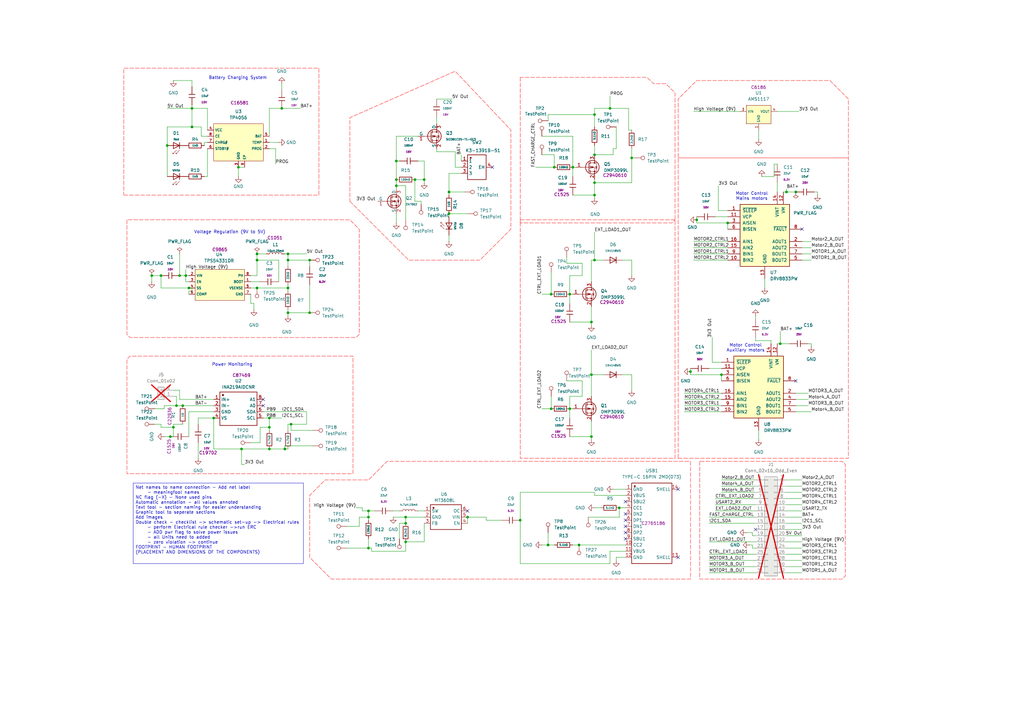
<source format=kicad_sch>
(kicad_sch (version 20250114) (generator "eeschema") (generator_version "9.0")
  (paper "A3")
  (lib_symbols
    (symbol "Connector:TestPoint" (pin_numbers (hide yes)) (pin_names (offset 0.762) (hide yes))
      (property "Reference" "TP" (at 0 6.858 0))
      (property "Value" "TestPoint" (at 0 5.08 0))
      (symbol "TestPoint_1_1"
        (pin passive line (at 0 0 90) (length 2.54) (name "1") (number "1"))
      )
    )
    (symbol "Connector_Generic:Conn_01x02" (pin_names (offset 1.016) (hide yes))
      (property "Reference" "J" (at 0 2.54 0))
      (property "Value" "Conn_01x02" (at 0 -5.08 0))
      (symbol "Conn_01x02_1_1"
        (pin passive line (at -5.08 0 0) (length 3.81) (name "Pin_1") (number "1"))
        (pin passive line (at -5.08 -2.54 0) (length 3.81) (name "Pin_2") (number "2"))
      )
    )
    (symbol "Connector_Generic:Conn_02x16_Odd_Even" (pin_names (offset 1.016) (hide yes))
      (property "Reference" "J" (at 1.27 20.32 0))
      (property "Value" "Conn_02x16_Odd_Even" (at 1.27 -22.86 0))
      (symbol "Conn_02x16_Odd_Even_1_1"
        (pin passive line (at -5.08 17.78 0) (length 3.81) (name "Pin_1") (number "1"))
        (pin passive line (at -5.08 15.24 0) (length 3.81) (name "Pin_3") (number "3"))
        (pin passive line (at -5.08 12.7 0) (length 3.81) (name "Pin_5") (number "5"))
        (pin passive line (at -5.08 10.16 0) (length 3.81) (name "Pin_7") (number "7"))
        (pin passive line (at -5.08 7.62 0) (length 3.81) (name "Pin_9") (number "9"))
        (pin passive line (at -5.08 5.08 0) (length 3.81) (name "Pin_11") (number "11"))
        (pin passive line (at -5.08 2.54 0) (length 3.81) (name "Pin_13") (number "13"))
        (pin passive line (at -5.08 0 0) (length 3.81) (name "Pin_15") (number "15"))
        (pin passive line (at -5.08 -2.54 0) (length 3.81) (name "Pin_17") (number "17"))
        (pin passive line (at -5.08 -5.08 0) (length 3.81) (name "Pin_19") (number "19"))
        (pin passive line (at -5.08 -7.62 0) (length 3.81) (name "Pin_21") (number "21"))
        (pin passive line (at -5.08 -10.16 0) (length 3.81) (name "Pin_23") (number "23"))
        (pin passive line (at -5.08 -12.7 0) (length 3.81) (name "Pin_25") (number "25"))
        (pin passive line (at -5.08 -15.24 0) (length 3.81) (name "Pin_27") (number "27"))
        (pin passive line (at -5.08 -17.78 0) (length 3.81) (name "Pin_29") (number "29"))
        (pin passive line (at -5.08 -20.32 0) (length 3.81) (name "Pin_31") (number "31"))
        (pin passive line (at 7.62 17.78 180) (length 3.81) (name "Pin_2") (number "2"))
        (pin passive line (at 7.62 15.24 180) (length 3.81) (name "Pin_4") (number "4"))
        (pin passive line (at 7.62 12.7 180) (length 3.81) (name "Pin_6") (number "6"))
        (pin passive line (at 7.62 10.16 180) (length 3.81) (name "Pin_8") (number "8"))
        (pin passive line (at 7.62 7.62 180) (length 3.81) (name "Pin_10") (number "10"))
        (pin passive line (at 7.62 5.08 180) (length 3.81) (name "Pin_12") (number "12"))
        (pin passive line (at 7.62 2.54 180) (length 3.81) (name "Pin_14") (number "14"))
        (pin passive line (at 7.62 0 180) (length 3.81) (name "Pin_16") (number "16"))
        (pin passive line (at 7.62 -2.54 180) (length 3.81) (name "Pin_18") (number "18"))
        (pin passive line (at 7.62 -5.08 180) (length 3.81) (name "Pin_20") (number "20"))
        (pin passive line (at 7.62 -7.62 180) (length 3.81) (name "Pin_22") (number "22"))
        (pin passive line (at 7.62 -10.16 180) (length 3.81) (name "Pin_24") (number "24"))
        (pin passive line (at 7.62 -12.7 180) (length 3.81) (name "Pin_26") (number "26"))
        (pin passive line (at 7.62 -15.24 180) (length 3.81) (name "Pin_28") (number "28"))
        (pin passive line (at 7.62 -17.78 180) (length 3.81) (name "Pin_30") (number "30"))
        (pin passive line (at 7.62 -20.32 180) (length 3.81) (name "Pin_32") (number "32"))
      )
    )
    (symbol "Driver_Motor:DRV8833PW" (pin_names (offset 1.016))
      (property "Reference" "U" (at -3.81 16.51 0))
      (property "Value" "DRV8833PW" (at -3.81 13.97 0))
      (symbol "DRV8833PW_1_1"
        (pin input line (at -15.24 10.16 0) (length 5.08) (name "~{SLEEP}") (number "1"))
        (pin bidirectional line (at -15.24 7.62 0) (length 5.08) (name "VCP") (number "11"))
        (pin bidirectional line (at -15.24 5.08 0) (length 5.08) (name "AISEN") (number "3"))
        (pin bidirectional line (at -15.24 2.54 0) (length 5.08) (name "BISEN") (number "6"))
        (pin input line (at -15.24 -2.54 0) (length 5.08) (name "AIN1") (number "16"))
        (pin input line (at -15.24 -5.08 0) (length 5.08) (name "AIN2") (number "15"))
        (pin input line (at -15.24 -7.62 0) (length 5.08) (name "BIN1") (number "9"))
        (pin input line (at -15.24 -10.16 0) (length 5.08) (name "BIN2") (number "10"))
        (pin power_in line (at 0 -17.78 90) (length 5.08) (name "GND") (number "13"))
        (pin power_in line (at 5.08 17.78 270) (length 5.08) (name "VINT") (number "14"))
        (pin power_in line (at 7.62 17.78 270) (length 5.08) (name "VM") (number "12"))
        (pin open_collector line (at 15.24 2.54 180) (length 5.08) (name "~{FAULT}") (number "8"))
        (pin power_out line (at 15.24 -2.54 180) (length 5.08) (name "AOUT1") (number "2"))
        (pin power_out line (at 15.24 -5.08 180) (length 5.08) (name "AOUT2") (number "4"))
        (pin power_out line (at 15.24 -7.62 180) (length 5.08) (name "BOUT1") (number "7"))
        (pin power_out line (at 15.24 -10.16 180) (length 5.08) (name "BOUT2") (number "5"))
      )
    )
    (symbol "PCM_JLCPCB-Capacitors:0402,100nF" (pin_numbers (hide yes)) (pin_names (offset 0))
      (property "Reference" "C" (at 2.032 1.668 0))
      (property "Value" "100nF" (at 2.032 -0.3782 0))
      (property "Voltage Rated" "16V" (at 2.032 -2.0462 0))
      (symbol "0402,100nF_1_1"
        (pin passive line (at 0 3.81 270) (length 3.175) (name "~") (number "1"))
        (pin passive line (at 0 -3.81 90) (length 3.175) (name "~") (number "2"))
      )
    )
    (symbol "PCM_JLCPCB-Capacitors:0402,10nF" (pin_numbers (hide yes)) (pin_names (offset 0))
      (property "Reference" "C" (at 2.032 1.668 0))
      (property "Value" "10nF" (at 2.032 -0.3782 0))
      (property "Voltage Rated" "50V" (at 2.032 -2.0462 0))
      (symbol "0402,10nF_1_1"
        (pin passive line (at 0 3.81 270) (length 3.175) (name "~") (number "1"))
        (pin passive line (at 0 -3.81 90) (length 3.175) (name "~") (number "2"))
      )
    )
    (symbol "PCM_JLCPCB-Capacitors:0603,10uF" (pin_numbers (hide yes)) (pin_names (offset 0))
      (property "Reference" "C" (at 2.032 1.668 0))
      (property "Value" "10uF" (at 2.032 -0.3782 0))
      (property "Voltage Rated" "10V" (at 2.032 -2.0462 0))
      (symbol "0603,10uF_1_1"
        (pin passive line (at 0 3.81 270) (length 3.175) (name "~") (number "1"))
        (pin passive line (at 0 -3.81 90) (length 3.175) (name "~") (number "2"))
      )
    )
    (symbol "PCM_JLCPCB-Capacitors:0603,22uF" (pin_numbers (hide yes)) (pin_names (offset 0))
      (property "Reference" "C" (at 2.032 1.668 0))
      (property "Value" "22uF" (at 2.032 -0.3782 0))
      (property "Voltage Rated" "6.3V" (at 2.032 -2.0462 0))
      (symbol "0603,22uF_1_1"
        (pin passive line (at 0 3.81 270) (length 3.175) (name "~") (number "1"))
        (pin passive line (at 0 -3.81 90) (length 3.175) (name "~") (number "2"))
      )
    )
    (symbol "PCM_JLCPCB-Capacitors:0805,10uF" (pin_numbers (hide yes)) (pin_names (offset 0))
      (property "Reference" "C" (at 2.032 1.668 0))
      (property "Value" "10uF" (at 2.032 -0.3782 0))
      (property "Voltage Rated" "25V" (at 2.032 -2.0462 0))
      (symbol "0805,10uF_1_1"
        (pin passive line (at 0 3.81 270) (length 3.175) (name "~") (number "1"))
        (pin passive line (at 0 -3.81 90) (length 3.175) (name "~") (number "2"))
      )
    )
    (symbol "PCM_JLCPCB-Diodes:LED,0603,Red" (pin_numbers (hide yes)) (pin_names (offset 0))
      (property "Reference" "D" (at 2.032 0.834 0))
      (property "Value" "Red" (at 2.032 -1.2122 0))
      (symbol "LED,0603,Red_1_1"
        (pin passive line (at 0 3.81 270) (length 3.81) (name "~") (number "2"))
        (pin passive line (at 0 -3.81 90) (length 3.81) (name "~") (number "1"))
      )
    )
    (symbol "PCM_JLCPCB-Diodes:LED,0603,White" (pin_numbers (hide yes)) (pin_names (offset 0))
      (property "Reference" "D" (at 2.032 0.834 0))
      (property "Value" "White" (at 2.032 -1.2122 0))
      (symbol "LED,0603,White_1_1"
        (pin passive line (at 0 3.81 270) (length 3.81) (name "~") (number "2"))
        (pin passive line (at 0 -3.81 90) (length 3.81) (name "~") (number "1"))
      )
    )
    (symbol "PCM_JLCPCB-Diodes:Switching,1N4148WS" (pin_numbers (hide yes)) (pin_names (offset 0))
      (property "Reference" "D" (at 2.032 0.834 0))
      (property "Value" "1N4148WS" (at 2.032 -1.2122 0))
      (symbol "Switching,1N4148WS_1_1"
        (pin passive line (at 0 3.81 270) (length 3.81) (name "~") (number "2"))
        (pin passive line (at 0 -3.81 90) (length 3.81) (name "~") (number "1"))
      )
    )
    (symbol "PCM_JLCPCB-Inductors:10uH,25mA" (pin_numbers (hide yes)) (pin_names (offset 0))
      (property "Reference" "L" (at 1.2673 0.834 0))
      (property "Value" "10uH,25mA" (at 1.2673 -1.2122 0))
      (symbol "10uH,25mA_1_1"
        (pin passive line (at 0 3.81 270) (length 1.27) (name "~") (number "1"))
        (pin passive line (at 0 -3.81 90) (length 1.27) (name "~") (number "2"))
      )
    )
    (symbol "PCM_JLCPCB-Inductors:4.7uH,15mA" (pin_numbers (hide yes)) (pin_names (offset 0))
      (property "Reference" "L" (at 1.2673 0.834 0))
      (property "Value" "4.7uH,15mA" (at 1.2673 -1.2122 0))
      (symbol "4.7uH,15mA_1_1"
        (pin passive line (at 0 3.81 270) (length 1.27) (name "~") (number "1"))
        (pin passive line (at 0 -3.81 90) (length 1.27) (name "~") (number "2"))
      )
    )
    (symbol "PCM_JLCPCB-Power:Battery, Li-Ion, 1.0A, TP4056"
      (property "Reference" "U" (at 0 1.27 0))
      (property "Value" "TP4056" (at 0 -2.54 0))
      (symbol "Battery, Li-Ion, 1.0A, TP4056_1_1"
        (pin unspecified line (at -12.7 5.08 0) (length 2.56) (name "VCC") (number "4"))
        (pin unspecified line (at -12.7 2.54 0) (length 2.56) (name "CE") (number "8"))
        (pin unspecified line (at -12.7 0 0) (length 2.56) (name "CHRG#") (number "7"))
        (pin unspecified line (at -12.7 -2.54 0) (length 2.56) (name "STDBY#") (number "6"))
        (pin unspecified line (at 0 -10.16 90) (length 2.56) (name "GND") (number "3"))
        (pin unspecified line (at 2.54 -10.16 90) (length 2.56) (name "EP") (number "9"))
        (pin unspecified line (at 12.7 2.54 180) (length 2.56) (name "BAT") (number "5"))
        (pin unspecified line (at 12.7 0 180) (length 2.56) (name "TEMP") (number "1"))
        (pin unspecified line (at 12.7 -2.54 180) (length 2.56) (name "PROG") (number "2"))
      )
    )
    (symbol "PCM_JLCPCB-Power:DC-DC, Buck, 3.5-28VIN, 3A, 0.8+VOUT"
      (property "Reference" "U" (at 0 1.27 0))
      (property "Value" "TPS54331DR" (at 0.254 5.08 0))
      (symbol "DC-DC, Buck, 3.5-28VIN, 3A, 0.8+VOUT_1_1"
        (pin power_in line (at -12.7 5.08 0) (length 2.56) (name "VIN") (number "2"))
        (pin unspecified line (at -12.7 2.54 0) (length 2.56) (name "EN") (number "3"))
        (pin unspecified line (at -12.7 0 0) (length 2.56) (name "SS") (number "4"))
        (pin unspecified line (at -12.7 -2.54 0) (length 2.56) (name "COMP") (number "6"))
        (pin power_in line (at 12.7 5.08 180) (length 2.56) (name "PH") (number "8"))
        (pin unspecified line (at 12.7 2.54 180) (length 2.56) (name "BOOT") (number "1"))
        (pin unspecified line (at 12.7 0 180) (length 2.56) (name "VSENSE") (number "5"))
        (pin power_in line (at 12.7 -2.54 180) (length 2.56) (name "GND") (number "7"))
      )
    )
    (symbol "PCM_JLCPCB-Power:LDO, 3.3V, 1A"
      (property "Reference" "U" (at 0 8.89 0))
      (property "Value" "AMS1117" (at 0 6.35 0))
      (symbol "LDO, 3.3V, 1A_0_1"
        (pin unspecified line (at 0 -5.08 90) (length 2.54) (name "GND") (number "1"))
        (pin unspecified line (at 7.62 2.54 180) (length 2.54) (name "VOUT") (number "4"))
      )
      (symbol "LDO, 3.3V, 1A_1_1"
        (pin unspecified line (at -7.62 2.54 0) (length 2.54) (name "VIN") (number "3"))
        (pin unspecified line (at 7.62 2.54 180) (length 2.54) (hide yes) (name "VOUT") (number "2"))
      )
    )
    (symbol "PCM_JLCPCB-Resistors:0402,10kΩ" (pin_numbers (hide yes)) (pin_names (offset 0))
      (property "Reference" "R" (at 1.778 0 0))
      (property "Value" "10kΩ" (at 0 0 90))
      (symbol "0402,10kΩ_1_1"
        (pin passive line (at 0 3.81 270) (length 1.27) (name "~") (number "1"))
        (pin passive line (at 0 -3.81 90) (length 1.27) (name "~") (number "2"))
      )
    )
    (symbol "PCM_JLCPCB-Resistors:0402,120kΩ" (pin_numbers (hide yes)) (pin_names (offset 0))
      (property "Reference" "R" (at 1.778 0 0))
      (property "Value" "120kΩ" (at 0 0 90))
      (symbol "0402,120kΩ_1_1"
        (pin passive line (at 0 3.81 270) (length 1.27) (name "~") (number "1"))
        (pin passive line (at 0 -3.81 90) (length 1.27) (name "~") (number "2"))
      )
    )
    (symbol "PCM_JLCPCB-Resistors:0402,1kΩ" (pin_numbers (hide yes)) (pin_names (offset 0))
      (property "Reference" "R" (at 1.778 0 0))
      (property "Value" "1kΩ" (at 0 0 90))
      (symbol "0402,1kΩ_1_1"
        (pin passive line (at 0 3.81 270) (length 1.27) (name "~") (number "1"))
        (pin passive line (at 0 -3.81 90) (length 1.27) (name "~") (number "2"))
      )
    )
    (symbol "PCM_JLCPCB-Resistors:0402,2.2kΩ" (pin_numbers (hide yes)) (pin_names (offset 0))
      (property "Reference" "R" (at 1.778 0 0))
      (property "Value" "2.2kΩ" (at 0 0 90))
      (symbol "0402,2.2kΩ_1_1"
        (pin passive line (at 0 3.81 270) (length 1.27) (name "~") (number "1"))
        (pin passive line (at 0 -3.81 90) (length 1.27) (name "~") (number "2"))
      )
    )
    (symbol "PCM_JLCPCB-Resistors:0402,33kΩ" (pin_numbers (hide yes)) (pin_names (offset 0))
      (property "Reference" "R" (at 1.778 0 0))
      (property "Value" "33kΩ" (at 0 0 90))
      (symbol "0402,33kΩ_1_1"
        (pin passive line (at 0 3.81 270) (length 1.27) (name "~") (number "1"))
        (pin passive line (at 0 -3.81 90) (length 1.27) (name "~") (number "2"))
      )
    )
    (symbol "PCM_JLCPCB-Resistors:0402,4.7kΩ" (pin_numbers (hide yes)) (pin_names (offset 0))
      (property "Reference" "R" (at 1.778 0 0))
      (property "Value" "4.7kΩ" (at 0 0 90))
      (symbol "0402,4.7kΩ_1_1"
        (pin passive line (at 0 3.81 270) (length 1.27) (name "~") (number "1"))
        (pin passive line (at 0 -3.81 90) (length 1.27) (name "~") (number "2"))
      )
    )
    (symbol "PCM_JLCPCB-Resistors:0402,5.1kΩ" (pin_numbers (hide yes)) (pin_names (offset 0))
      (property "Reference" "R" (at 1.778 0 0))
      (property "Value" "5.1kΩ" (at 0 0 90))
      (symbol "0402,5.1kΩ_1_1"
        (pin passive line (at 0 3.81 270) (length 1.27) (name "~") (number "1"))
        (pin passive line (at 0 -3.81 90) (length 1.27) (name "~") (number "2"))
      )
    )
    (symbol "PCM_JLCPCB-Resistors:0402,8.2kΩ" (pin_numbers (hide yes)) (pin_names (offset 0))
      (property "Reference" "R" (at 1.778 0 0))
      (property "Value" "8.2kΩ" (at 0 0 90))
      (symbol "0402,8.2kΩ_1_1"
        (pin passive line (at 0 3.81 270) (length 1.27) (name "~") (number "1"))
        (pin passive line (at 0 -3.81 90) (length 1.27) (name "~") (number "2"))
      )
    )
    (symbol "PCM_JLCPCB-Resistors:0603,100kΩ" (pin_numbers (hide yes)) (pin_names (offset 0))
      (property "Reference" "R" (at 1.778 0 0))
      (property "Value" "100kΩ" (at 0 0 90))
      (symbol "0603,100kΩ_1_1"
        (pin passive line (at 0 3.81 270) (length 1.27) (name "~") (number "1"))
        (pin passive line (at 0 -3.81 90) (length 1.27) (name "~") (number "2"))
      )
    )
    (symbol "PCM_JLCPCB-Resistors:0603,1Ω" (pin_numbers (hide yes)) (pin_names (offset 0))
      (property "Reference" "R" (at 1.778 0 0))
      (property "Value" "1Ω" (at 0 0 90))
      (symbol "0603,1Ω_1_1"
        (pin passive line (at 0 3.81 270) (length 1.27) (name "~") (number "1"))
        (pin passive line (at 0 -3.81 90) (length 1.27) (name "~") (number "2"))
      )
    )
    (symbol "PCM_JLCPCB-Transistors:NMOS,2N7002" (pin_names (offset 0))
      (property "Reference" "Q" (at 4.8514 0.834 0))
      (property "Value" "2N7002" (at 4.8514 -1.2122 0))
      (symbol "NMOS,2N7002_1_1"
        (pin input line (at -5.08 0 0) (length 2.54) (name "G") (number "1"))
        (pin passive line (at 2.54 5.08 270) (length 2.54) (name "D") (number "3"))
        (pin passive line (at 2.54 -5.08 90) (length 2.54) (name "S") (number "2"))
      )
    )
    (symbol "PCM_JLCPCB-Transistors:PMOS,SI2301CDS-T1-GE3" (pin_names (offset 0))
      (property "Reference" "Q" (at 4.8514 0.834 0))
      (property "Value" "SI2301CDS-T1-GE3" (at 4.8514 -1.2122 0))
      (symbol "PMOS,SI2301CDS-T1-GE3_1_1"
        (pin input line (at -5.08 0 0) (length 2.54) (name "G") (number "1"))
        (pin passive line (at 2.54 5.08 270) (length 2.54) (name "D") (number "3"))
        (pin passive line (at 2.54 -5.08 90) (length 2.54) (name "S") (number "2"))
      )
    )
    (symbol "SCHLIB_INA219AIDCNR_2025-03-24:INA219AIDCNR"
      (property "Reference" "U?" (at 0 0 0))
      (property "Value" "INA219AIDCNR" (at 0 0 0))
      (symbol "INA219AIDCNR_0_0"
        (pin unspecified line (at -10.16 3.81 0) (length 2.54) (name "IN+") (number "1"))
        (pin unspecified line (at -10.16 1.27 0) (length 2.54) (name "IN-") (number "2"))
        (pin unspecified line (at -10.16 -1.27 0) (length 2.54) (name "GND") (number "3"))
        (pin unspecified line (at -10.16 -3.81 0) (length 2.54) (name "VS") (number "4"))
        (pin unspecified line (at 10.16 3.81 180) (length 2.54) (name "A1") (number "8"))
        (pin unspecified line (at 10.16 1.27 180) (length 2.54) (name "A0") (number "7"))
        (pin unspecified line (at 10.16 -1.27 180) (length 2.54) (name "SDA") (number "6"))
        (pin unspecified line (at 10.16 -3.81 180) (length 2.54) (name "SCL") (number "5"))
      )
    )
    (symbol "SCHLIB_MT3608L_2025-03-27:MT3608L"
      (property "Reference" "U?" (at 0 0 0))
      (property "Value" "MT3608L" (at 0 0 0))
      (symbol "MT3608L_0_0"
        (pin unspecified line (at -8.89 2.54 0) (length 2.54) (name "SW") (number "1"))
        (pin unspecified line (at -8.89 0 0) (length 2.54) (name "GND") (number "2"))
        (pin unspecified line (at -8.89 -2.54 0) (length 2.54) (name "FB") (number "3"))
        (pin unspecified line (at 8.89 2.54 180) (length 2.54) (name "OC") (number "6"))
        (pin unspecified line (at 8.89 0 180) (length 2.54) (name "VIN") (number "5"))
        (pin unspecified line (at 8.89 -2.54 180) (length 2.54) (name "EN") (number "4"))
      )
    )
    (symbol "SCHLIB_Switch_K3-1391B-51_2025-04-07:K3-1391B-51"
      (property "Reference" "SW?" (at 0 0 0))
      (property "Value" "K3-1391B-51" (at 0 0 0))
      (symbol "K3-1391B-51_0_0"
        (pin unspecified line (at -6.35 2.54 0) (length 2.54) (name "1") (number "1"))
        (pin unspecified line (at -6.35 0 0) (length 2.54) (name "2") (number "2"))
        (pin unspecified line (at -6.35 -2.54 0) (length 2.54) (name "3") (number "3"))
        (pin unspecified line (at 6.35 0 180) (length 2.54) (name "EH") (number "4"))
      )
    )
    (symbol "SCHLIB_TYPE-C-16PIN-2MD(073)_2025-03-27:TYPE-C 16PIN 2MD(073)"
      (property "Reference" "USB?" (at 0 0 0))
      (property "Value" "TYPE-C 16PIN 2MD(073)" (at 0 0 0))
      (symbol "TYPE-C 16PIN 2MD(073)_0_0"
        (pin unspecified line (at -11.43 13.97 0) (length 2.54) (name "GND") (number "1"))
        (pin unspecified line (at -11.43 11.43 0) (length 2.54) (name "VBUS") (number "2"))
        (pin unspecified line (at -11.43 8.89 0) (length 2.54) (name "SBU2") (number "3"))
        (pin unspecified line (at -11.43 6.35 0) (length 2.54) (name "CC1") (number "4"))
        (pin unspecified line (at -11.43 3.81 0) (length 2.54) (name "DN2") (number "5"))
        (pin unspecified line (at -11.43 1.27 0) (length 2.54) (name "DP1") (number "6"))
        (pin unspecified line (at -11.43 -1.27 0) (length 2.54) (name "DN1") (number "7"))
        (pin unspecified line (at -11.43 -3.81 0) (length 2.54) (name "DP2") (number "8"))
        (pin unspecified line (at -11.43 -6.35 0) (length 2.54) (name "SBU1") (number "9"))
        (pin unspecified line (at -11.43 -8.89 0) (length 2.54) (name "CC2") (number "10"))
        (pin unspecified line (at -11.43 -11.43 0) (length 2.54) (name "VBUS") (number "11"))
        (pin unspecified line (at -11.43 -13.97 0) (length 2.54) (name "GND") (number "12"))
        (pin unspecified line (at 10.16 13.97 180) (length 2.54) (name "SHELL") (number "14"))
        (pin unspecified line (at 10.16 -13.97 180) (length 2.54) (name "SHELL") (number "13"))
      )
    )
    (symbol "Transistor_FET:DMP3099L" (pin_names (offset 0) (hide yes))
      (property "Reference" "Q" (at 5.08 1.905 0))
      (property "Value" "DMP3099L" (at 5.08 0 0))
      (symbol "DMP3099L_1_1"
        (pin input line (at -5.08 0 0) (length 2.54) (name "G") (number "1"))
        (pin passive line (at 2.54 5.08 270) (length 2.54) (name "D") (number "3"))
        (pin passive line (at 2.54 -5.08 90) (length 2.54) (name "S") (number "2"))
      )
    )
    (symbol "power:GND" (power) (pin_numbers (hide yes)) (pin_names (offset 0) (hide yes))
      (property "Value" "GND" (at 0 -3.81 0))
      (symbol "GND_1_1"
        (pin power_in line (at 0 0 270) (length 0) (name "~") (number "1"))
      )
    )
    (symbol "power:PWR_FLAG" (power) (pin_numbers (hide yes)) (pin_names (offset 0) (hide yes))
      (property "Value" "PWR_FLAG" (at 0 3.81 0))
      (symbol "PWR_FLAG_0_0"
        (pin power_out line (at 0 0 90) (length 0) (name "~") (number "1"))
      )
    )
  )
  (text "Motor Control\nAuxiliary motors\n" (at 305.816 142.748 0) (effects (font (size 1.27 1.27))))
  (text "Power Monitoring\n" (at 95.25 149.606 0) (effects (font (size 1.27 1.27))))
  (text "Motor Control\nMains motors\n" (at 308.356 80.518 0) (effects (font (size 1.27 1.27))))
  (text "Voltage Regulation (9V to 5V)" (at 94.234 95.25 0) (effects (font (size 1.27 1.27))))
  (text "Battery Charging System" (at 97.536 32.004 0) (effects (font (size 1.27 1.27))))
  (text_box "Net names to name connection - Add net label\n	- meaningfool names\nNC flag (-X) - None used pins\nAutomatic annotation - all values annoted\nText tool - section naming for easier understanding\nGraphic tool to seperate sections\nAdd images\nDouble check - checklist -> schematic set-up -> Electrical rules\n	- perform Electrical rule checker ->run ERC\n	- ADD pwr flag to solve power issues\n	- all Units need to added\n	- zero violation -> continue\nFOOTPRINT - HUMAN FOOTPRINT\n(PLACEMENT AND DIMENSIONS OF THE COMPONENTS)" (at 54.61 198.12 0) (size 69.85 33.02) (margins 0.9525 0.9525 0.9525 0.9525) (effects (font (size 1.27 1.27)) (justify left top)))
  (junction (at 243.84 46.99))
  (junction (at 298.45 91.44))
  (junction (at 105.41 106.68))
  (junction (at 259.08 64.77))
  (junction (at 162.56 66.04))
  (junction (at 151.13 224.79))
  (junction (at 116.84 184.15))
  (junction (at 227.33 68.58))
  (junction (at 242.57 179.07))
  (junction (at 105.41 118.11))
  (junction (at 326.39 78.74))
  (junction (at 184.15 78.74))
  (junction (at 78.74 44.45))
  (junction (at 322.58 78.74))
  (junction (at 320.04 140.97))
  (junction (at 243.84 80.01))
  (junction (at 224.79 223.52))
  (junction (at 243.84 106.68))
  (junction (at 151.13 209.55))
  (junction (at 151.13 212.09))
  (junction (at 166.37 214.63))
  (junction (at 162.56 73.66))
  (junction (at 99.06 184.15))
  (junction (at 66.04 113.03))
  (junction (at 226.06 120.65))
  (junction (at 285.75 90.17))
  (junction (at 237.49 223.52))
  (junction (at 72.39 166.37))
  (junction (at 76.2 113.03))
  (junction (at 166.37 222.25))
  (junction (at 127 106.68))
  (junction (at 226.06 167.64))
  (junction (at 118.11 128.27))
  (junction (at 243.84 74.93))
  (junction (at 243.84 63.5))
  (junction (at 170.18 73.66))
  (junction (at 77.47 118.11))
  (junction (at 250.19 44.45))
  (junction (at 233.68 120.65))
  (junction (at 110.49 184.15))
  (junction (at 173.99 73.66))
  (junction (at 118.11 104.14))
  (junction (at 119.38 173.99))
  (junction (at 74.93 166.37))
  (junction (at 71.12 175.26))
  (junction (at 69.85 179.07))
  (junction (at 115.57 44.45))
  (junction (at 283.21 152.4))
  (junction (at 118.11 118.11))
  (junction (at 110.49 175.26))
  (junction (at 68.58 59.69))
  (junction (at 162.56 76.2))
  (junction (at 73.66 113.03))
  (junction (at 87.63 171.45))
  (junction (at 127 128.27))
  (junction (at 254 208.28))
  (junction (at 184.15 87.63))
  (junction (at 295.91 153.67))
  (junction (at 62.23 113.03))
  (junction (at 118.11 106.68))
  (junction (at 233.68 167.64))
  (junction (at 191.77 212.09))
  (junction (at 213.36 213.36))
  (junction (at 105.41 104.14))
  (junction (at 242.57 132.08))
  (junction (at 97.79 68.58))
  (junction (at 166.37 212.09))
  (junction (at 234.95 68.58))
  (junction (at 110.49 171.45))
  (junction (at 78.74 52.07))
  (junction (at 242.57 153.67))
  (no_connect (at 256.54 218.44))
  (no_connect (at 107.95 163.83))
  (no_connect (at 328.93 93.98))
  (no_connect (at 107.95 166.37))
  (no_connect (at 256.54 213.36))
  (no_connect (at 256.54 210.82))
  (no_connect (at 309.88 217.17))
  (no_connect (at 256.54 215.9))
  (no_connect (at 191.77 209.55))
  (no_connect (at 278.13 200.66))
  (no_connect (at 256.54 220.98))
  (no_connect (at 278.13 228.6))
  (no_connect (at 201.93 68.58))
  (no_connect (at 326.39 156.21))
  (no_connect (at 256.54 205.74))
  (wire (pts (xy 189.23 71.12) (xy 184.15 71.12)))
  (wire (pts (xy 102.87 181.61) (xy 106.68 181.61)))
  (wire (pts (xy 162.56 76.2) (xy 162.56 73.66)))
  (wire (pts (xy 322.58 212.09) (xy 328.93 212.09)))
  (wire (pts (xy 186.69 62.23) (xy 179.07 62.23)))
  (wire (pts (xy 106.68 175.26) (xy 110.49 175.26)))
  (wire (pts (xy 322.58 219.71) (xy 328.93 219.71)))
  (wire (pts (xy 259.08 74.93) (xy 243.84 74.93)))
  (wire (pts (xy 107.95 168.91) (xy 125.73 168.91)))
  (wire (pts (xy 189.23 63.5) (xy 189.23 66.04)))
  (wire (pts (xy 105.41 106.68) (xy 105.41 113.03)))
  (wire (pts (xy 115.57 44.45) (xy 123.19 44.45)))
  (wire (pts (xy 162.56 55.88) (xy 171.45 55.88)))
  (wire (pts (xy 104.14 124.46) (xy 104.14 127)))
  (wire (pts (xy 67.31 167.64) (xy 67.31 166.37)))
  (wire (pts (xy 322.58 78.74) (xy 326.39 78.74)))
  (wire (pts (xy 81.28 173.99) (xy 81.28 171.45)))
  (wire (pts (xy 118.11 106.68) (xy 118.11 109.22)))
  (wire (pts (xy 184.15 87.63) (xy 191.77 87.63)))
  (wire (pts (xy 166.37 212.09) (xy 173.99 212.09)))
  (wire (pts (xy 73.66 160.02) (xy 73.66 163.83)))
  (wire (pts (xy 77.47 118.11) (xy 66.04 118.11)))
  (wire (pts (xy 100.33 190.5) (xy 99.06 190.5)))
  (wire (pts (xy 213.36 231.14) (xy 250.19 231.14)))
  (wire (pts (xy 68.58 52.07) (xy 68.58 59.69)))
  (wire (pts (xy 184.15 78.74) (xy 184.15 80.01)))
  (wire (pts (xy 295.91 199.39) (xy 309.88 199.39)))
  (wire (pts (xy 257.81 44.45) (xy 250.19 44.45)))
  (wire (pts (xy 110.49 44.45) (xy 115.57 44.45)))
  (wire (pts (xy 77.47 118.11) (xy 78.74 118.11)))
  (wire (pts (xy 179.07 40.64) (xy 185.42 40.64)))
  (wire (pts (xy 77.47 179.07) (xy 77.47 168.91)))
  (wire (pts (xy 243.84 95.25) (xy 243.84 106.68)))
  (wire (pts (xy 242.57 179.07) (xy 242.57 180.34)))
  (wire (pts (xy 113.03 60.96) (xy 113.03 67.31)))
  (wire (pts (xy 232.41 105.41) (xy 232.41 107.95)))
  (wire (pts (xy 116.84 182.88) (xy 116.84 184.15)))
  (wire (pts (xy 320.04 140.97) (xy 323.85 140.97)))
  (wire (pts (xy 114.3 115.57) (xy 114.3 106.68)))
  (wire (pts (xy 242.57 172.72) (xy 242.57 179.07)))
  (wire (pts (xy 147.32 212.09) (xy 151.13 212.09)))
  (wire (pts (xy 308.61 219.71) (xy 309.88 219.71)))
  (wire (pts (xy 77.47 115.57) (xy 76.2 115.57)))
  (wire (pts (xy 166.37 76.2) (xy 162.56 76.2)))
  (wire (pts (xy 128.27 176.53) (xy 119.38 176.53)))
  (wire (pts (xy 293.37 209.55) (xy 309.88 209.55)))
  (wire (pts (xy 243.84 73.66) (xy 243.84 74.93)))
  (wire (pts (xy 232.41 107.95) (xy 238.76 107.95)))
  (wire (pts (xy 280.67 166.37) (xy 295.91 166.37)))
  (wire (pts (xy 322.58 196.85) (xy 328.93 196.85)))
  (wire (pts (xy 298.45 86.36) (xy 294.64 86.36)))
  (wire (pts (xy 72.39 162.56) (xy 72.39 166.37)))
  (wire (pts (xy 322.58 229.87) (xy 328.93 229.87)))
  (wire (pts (xy 232.41 156.21) (xy 238.76 156.21)))
  (wire (pts (xy 290.83 232.41) (xy 309.88 232.41)))
  (wire (pts (xy 227.33 63.5) (xy 227.33 68.58)))
  (wire (pts (xy 322.58 234.95) (xy 328.93 234.95)))
  (wire (pts (xy 308.61 223.52) (xy 308.61 224.79)))
  (wire (pts (xy 119.38 176.53) (xy 119.38 173.99)))
  (wire (pts (xy 234.95 68.58) (xy 236.22 68.58)))
  (wire (pts (xy 127 116.84) (xy 127 128.27)))
  (wire (pts (xy 115.57 34.29) (xy 115.57 36.83)))
  (wire (pts (xy 284.48 104.14) (xy 298.45 104.14)))
  (wire (pts (xy 252.73 60.96) (xy 252.73 52.07)))
  (wire (pts (xy 290.83 229.87) (xy 309.88 229.87)))
  (wire (pts (xy 110.49 171.45) (xy 115.57 171.45)))
  (wire (pts (xy 293.37 204.47) (xy 309.88 204.47)))
  (wire (pts (xy 213.36 213.36) (xy 213.36 231.14)))
  (wire (pts (xy 222.25 63.5) (xy 227.33 63.5)))
  (wire (pts (xy 311.15 176.53) (xy 311.15 180.34)))
  (wire (pts (xy 148.59 208.28) (xy 148.59 209.55)))
  (wire (pts (xy 74.93 173.99) (xy 71.12 173.99)))
  (wire (pts (xy 81.28 181.61) (xy 81.28 187.96)))
  (wire (pts (xy 170.18 82.55) (xy 170.18 73.66)))
  (wire (pts (xy 102.87 120.65) (xy 102.87 124.46)))
  (wire (pts (xy 257.81 44.45) (xy 257.81 53.34)))
  (wire (pts (xy 166.37 226.06) (xy 166.37 222.25)))
  (wire (pts (xy 283.21 152.4) (xy 283.21 151.13)))
  (wire (pts (xy 322.58 214.63) (xy 328.93 214.63)))
  (wire (pts (xy 251.46 63.5) (xy 243.84 63.5)))
  (wire (pts (xy 190.5 78.74) (xy 184.15 78.74)))
  (wire (pts (xy 82.55 52.07) (xy 82.55 55.88)))
  (wire (pts (xy 184.15 96.52) (xy 184.15 99.06)))
  (wire (pts (xy 295.91 153.67) (xy 295.91 156.21)))
  (wire (pts (xy 320.04 135.89) (xy 320.04 140.97)))
  (wire (pts (xy 171.45 209.55) (xy 173.99 209.55)))
  (wire (pts (xy 234.95 55.88) (xy 222.25 55.88)))
  (wire (pts (xy 328.93 99.06) (xy 332.74 99.06)))
  (wire (pts (xy 118.11 118.11) (xy 118.11 119.38)))
  (wire (pts (xy 306.07 218.44) (xy 308.61 218.44)))
  (wire (pts (xy 238.76 107.95) (xy 238.76 113.03)))
  (wire (pts (xy 125.73 173.99) (xy 125.73 168.91)))
  (wire (pts (xy 213.36 201.93) (xy 243.84 201.93)))
  (wire (pts (xy 105.41 104.14) (xy 105.41 106.68)))
  (wire (pts (xy 326.39 161.29) (xy 331.47 161.29)))
  (wire (pts (xy 71.12 179.07) (xy 69.85 179.07)))
  (wire (pts (xy 251.46 60.96) (xy 252.73 60.96)))
  (wire (pts (xy 259.08 64.77) (xy 260.35 64.77)))
  (wire (pts (xy 119.38 173.99) (xy 125.73 173.99)))
  (wire (pts (xy 308.61 224.79) (xy 309.88 224.79)))
  (wire (pts (xy 243.84 203.2) (xy 243.84 201.93)))
  (wire (pts (xy 290.83 212.09) (xy 309.88 212.09)))
  (wire (pts (xy 63.5 173.99) (xy 66.04 173.99)))
  (wire (pts (xy 233.68 120.65) (xy 234.95 120.65)))
  (wire (pts (xy 97.79 68.58) (xy 97.79 72.39)))
  (wire (pts (xy 234.95 72.39) (xy 234.95 68.58)))
  (wire (pts (xy 308.61 218.44) (xy 308.61 219.71)))
  (wire (pts (xy 254 212.09) (xy 254 208.28)))
  (wire (pts (xy 99.06 184.15) (xy 110.49 184.15)))
  (wire (pts (xy 87.63 184.15) (xy 99.06 184.15)))
  (wire (pts (xy 254 208.28) (xy 256.54 208.28)))
  (wire (pts (xy 322.58 217.17) (xy 328.93 217.17)))
  (wire (pts (xy 118.11 127) (xy 118.11 128.27)))
  (wire (pts (xy 233.68 167.64) (xy 234.95 167.64)))
  (wire (pts (xy 241.3 212.09) (xy 254 212.09)))
  (wire (pts (xy 234.95 55.88) (xy 234.95 68.58)))
  (wire (pts (xy 118.11 128.27) (xy 118.11 129.54)))
  (wire (pts (xy 250.19 39.37) (xy 250.19 44.45)))
  (wire (pts (xy 69.85 179.07) (xy 67.31 179.07)))
  (wire (pts (xy 290.83 227.33) (xy 309.88 227.33)))
  (wire (pts (xy 83.82 58.42) (xy 85.09 58.42)))
  (wire (pts (xy 326.39 163.83) (xy 331.47 163.83)))
  (wire (pts (xy 318.77 74.93) (xy 318.77 78.74)))
  (wire (pts (xy 251.46 63.5) (xy 251.46 60.96)))
  (wire (pts (xy 322.58 77.47) (xy 322.58 78.74)))
  (wire (pts (xy 255.27 106.68) (xy 259.08 106.68)))
  (wire (pts (xy 285.75 90.17) (xy 285.75 91.44)))
  (wire (pts (xy 81.28 171.45) (xy 87.63 171.45)))
  (wire (pts (xy 162.56 77.47) (xy 162.56 76.2)))
  (wire (pts (xy 243.84 46.99) (xy 243.84 52.07)))
  (wire (pts (xy 142.24 215.9) (xy 147.32 215.9)))
  (wire (pts (xy 146.05 208.28) (xy 148.59 208.28)))
  (wire (pts (xy 250.19 231.14) (xy 250.19 226.06)))
  (wire (pts (xy 66.04 175.26) (xy 71.12 175.26)))
  (wire (pts (xy 77.47 168.91) (xy 87.63 168.91)))
  (wire (pts (xy 85.09 60.96) (xy 85.09 72.39)))
  (wire (pts (xy 233.68 132.08) (xy 242.57 132.08)))
  (wire (pts (xy 322.58 224.79) (xy 328.93 224.79)))
  (wire (pts (xy 298.45 91.44) (xy 298.45 93.98)))
  (wire (pts (xy 72.39 166.37) (xy 74.93 166.37)))
  (wire (pts (xy 66.04 113.03) (xy 62.23 113.03)))
  (wire (pts (xy 316.23 139.7) (xy 316.23 140.97)))
  (wire (pts (xy 322.58 209.55) (xy 328.93 209.55)))
  (wire (pts (xy 82.55 55.88) (xy 85.09 55.88)))
  (wire (pts (xy 293.37 88.9) (xy 298.45 88.9)))
  (wire (pts (xy 290.83 222.25) (xy 309.88 222.25)))
  (wire (pts (xy 317.5 72.39) (xy 312.42 72.39)))
  (wire (pts (xy 255.27 153.67) (xy 259.08 153.67)))
  (wire (pts (xy 116.84 104.14) (xy 118.11 104.14)))
  (wire (pts (xy 191.77 212.09) (xy 191.77 214.63)))
  (wire (pts (xy 99.06 190.5) (xy 99.06 184.15)))
  (wire (pts (xy 238.76 156.21) (xy 238.76 162.56)))
  (wire (pts (xy 151.13 212.09) (xy 151.13 213.36)))
  (wire (pts (xy 163.83 220.98) (xy 163.83 214.63)))
  (wire (pts (xy 328.93 104.14) (xy 332.74 104.14)))
  (wire (pts (xy 280.67 168.91) (xy 295.91 168.91)))
  (wire (pts (xy 162.56 66.04) (xy 162.56 73.66)))
  (wire (pts (xy 166.37 214.63) (xy 166.37 212.09)))
  (wire (pts (xy 257.81 53.34) (xy 259.08 53.34)))
  (wire (pts (xy 127 128.27) (xy 118.11 128.27)))
  (wire (pts (xy 243.84 208.28) (xy 246.38 208.28)))
  (wire (pts (xy 118.11 104.14) (xy 125.73 104.14)))
  (wire (pts (xy 298.45 91.44) (xy 285.75 91.44)))
  (wire (pts (xy 161.29 209.55) (xy 163.83 209.55)))
  (wire (pts (xy 97.79 68.58) (xy 100.33 68.58)))
  (wire (pts (xy 243.84 106.68) (xy 242.57 106.68)))
  (wire (pts (xy 151.13 209.55) (xy 153.67 209.55)))
  (wire (pts (xy 127 109.22) (xy 127 106.68)))
  (wire (pts (xy 152.4 224.79) (xy 152.4 226.06)))
  (wire (pts (xy 66.04 118.11) (xy 66.04 113.03)))
  (wire (pts (xy 78.74 44.45) (xy 78.74 52.07)))
  (wire (pts (xy 224.79 223.52) (xy 227.33 223.52)))
  (wire (pts (xy 73.66 113.03) (xy 76.2 113.03)))
  (wire (pts (xy 179.07 48.26) (xy 179.07 50.8)))
  (wire (pts (xy 318.77 140.97) (xy 320.04 140.97)))
  (wire (pts (xy 307.34 223.52) (xy 308.61 223.52)))
  (wire (pts (xy 318.77 67.31) (xy 317.5 67.31)))
  (wire (pts (xy 309.88 138.43) (xy 309.88 139.7)))
  (wire (pts (xy 309.88 129.54) (xy 309.88 130.81)))
  (wire (pts (xy 82.55 52.07) (xy 78.74 52.07)))
  (wire (pts (xy 171.45 66.04) (xy 173.99 66.04)))
  (wire (pts (xy 284.48 45.72) (xy 303.53 45.72)))
  (wire (pts (xy 322.58 227.33) (xy 328.93 227.33)))
  (wire (pts (xy 166.37 222.25) (xy 173.99 222.25)))
  (wire (pts (xy 285.75 90.17) (xy 285.75 88.9)))
  (wire (pts (xy 243.84 59.69) (xy 243.84 63.5)))
  (wire (pts (xy 224.79 218.44) (xy 224.79 223.52)))
  (wire (pts (xy 78.74 44.45) (xy 85.09 44.45)))
  (wire (pts (xy 243.84 203.2) (xy 256.54 203.2)))
  (wire (pts (xy 233.68 179.07) (xy 242.57 179.07)))
  (wire (pts (xy 313.69 114.3) (xy 313.69 118.11)))
  (wire (pts (xy 127 106.68) (xy 118.11 106.68)))
  (wire (pts (xy 77.47 119.38) (xy 78.74 119.38)))
  (wire (pts (xy 252.73 228.6) (xy 252.73 229.87)))
  (wire (pts (xy 172.72 82.55) (xy 170.18 82.55)))
  (wire (pts (xy 250.19 44.45) (xy 243.84 44.45)))
  (wire (pts (xy 110.49 184.15) (xy 116.84 184.15)))
  (wire (pts (xy 173.99 73.66) (xy 173.99 66.04)))
  (wire (pts (xy 283.21 152.4) (xy 283.21 153.67)))
  (wire (pts (xy 242.57 106.68) (xy 242.57 115.57)))
  (wire (pts (xy 242.57 132.08) (xy 242.57 133.35)))
  (wire (pts (xy 105.41 118.11) (xy 118.11 118.11)))
  (wire (pts (xy 238.76 162.56) (xy 233.68 162.56)))
  (wire (pts (xy 251.46 200.66) (xy 256.54 200.66)))
  (wire (pts (xy 78.74 43.18) (xy 78.74 44.45)))
  (wire (pts (xy 242.57 153.67) (xy 242.57 162.56)))
  (wire (pts (xy 71.12 175.26) (xy 71.12 179.07)))
  (wire (pts (xy 148.59 209.55) (xy 151.13 209.55)))
  (wire (pts (xy 73.66 104.14) (xy 73.66 113.03)))
  (wire (pts (xy 234.95 80.01) (xy 243.84 80.01)))
  (wire (pts (xy 142.24 224.79) (xy 151.13 224.79)))
  (wire (pts (xy 322.58 222.25) (xy 328.93 222.25)))
  (wire (pts (xy 322.58 199.39) (xy 328.93 199.39)))
  (wire (pts (xy 110.49 60.96) (xy 113.03 60.96)))
  (wire (pts (xy 332.74 140.97) (xy 332.74 142.24)))
  (wire (pts (xy 71.12 162.56) (xy 72.39 162.56)))
  (wire (pts (xy 226.06 111.76) (xy 226.06 120.65)))
  (wire (pts (xy 334.01 78.74) (xy 335.28 78.74)))
  (wire (pts (xy 77.47 119.38) (xy 77.47 120.65)))
  (wire (pts (xy 256.54 228.6) (xy 252.73 228.6)))
  (wire (pts (xy 62.23 113.03) (xy 62.23 115.57)))
  (wire (pts (xy 85.09 53.34) (xy 85.09 44.45)))
  (wire (pts (xy 71.12 33.02) (xy 78.74 33.02)))
  (wire (pts (xy 238.76 113.03) (xy 233.68 113.03)))
  (wire (pts (xy 331.47 140.97) (xy 332.74 140.97)))
  (wire (pts (xy 295.91 153.67) (xy 283.21 153.67)))
  (wire (pts (xy 76.2 115.57) (xy 76.2 113.03)))
  (wire (pts (xy 326.39 168.91) (xy 332.74 168.91)))
  (wire (pts (xy 105.41 104.14) (xy 109.22 104.14)))
  (wire (pts (xy 74.93 166.37) (xy 87.63 166.37)))
  (wire (pts (xy 309.88 139.7) (xy 316.23 139.7)))
  (wire (pts (xy 335.28 78.74) (xy 335.28 80.01)))
  (wire (pts (xy 233.68 162.56) (xy 233.68 167.64)))
  (wire (pts (xy 226.06 162.56) (xy 226.06 167.64)))
  (wire (pts (xy 280.67 163.83) (xy 295.91 163.83)))
  (wire (pts (xy 110.49 171.45) (xy 110.49 175.26)))
  (wire (pts (xy 234.95 223.52) (xy 237.49 223.52)))
  (wire (pts (xy 107.95 171.45) (xy 110.49 171.45)))
  (wire (pts (xy 110.49 44.45) (xy 110.49 55.88)))
  (wire (pts (xy 224.79 46.99) (xy 224.79 49.53)))
  (wire (pts (xy 322.58 207.01) (xy 328.93 207.01)))
  (wire (pts (xy 290.83 151.13) (xy 295.91 151.13)))
  (wire (pts (xy 147.32 215.9) (xy 147.32 212.09)))
  (wire (pts (xy 280.67 161.29) (xy 295.91 161.29)))
  (wire (pts (xy 67.31 166.37) (xy 72.39 166.37)))
  (wire (pts (xy 128.27 182.88) (xy 116.84 182.88)))
  (wire (pts (xy 247.65 106.68) (xy 243.84 106.68)))
  (wire (pts (xy 184.15 71.12) (xy 184.15 78.74)))
  (wire (pts (xy 118.11 173.99) (xy 119.38 173.99)))
  (wire (pts (xy 290.83 214.63) (xy 309.88 214.63)))
  (wire (pts (xy 311.15 53.34) (xy 311.15 57.15)))
  (wire (pts (xy 118.11 104.14) (xy 118.11 106.68)))
  (wire (pts (xy 326.39 166.37) (xy 331.47 166.37)))
  (wire (pts (xy 224.79 46.99) (xy 243.84 46.99)))
  (wire (pts (xy 78.74 33.02) (xy 78.74 35.56)))
  (wire (pts (xy 242.57 153.67) (xy 247.65 153.67)))
  (wire (pts (xy 163.83 214.63) (xy 166.37 214.63)))
  (wire (pts (xy 243.84 44.45) (xy 243.84 46.99)))
  (wire (pts (xy 295.91 201.93) (xy 309.88 201.93)))
  (wire (pts (xy 219.71 68.58) (xy 227.33 68.58)))
  (wire (pts (xy 189.23 68.58) (xy 186.69 68.58)))
  (wire (pts (xy 173.99 214.63) (xy 173.99 222.25)))
  (wire (pts (xy 328.93 101.6) (xy 332.74 101.6)))
  (wire (pts (xy 284.48 106.68) (xy 298.45 106.68)))
  (wire (pts (xy 322.58 232.41) (xy 328.93 232.41)))
  (wire (pts (xy 295.91 196.85) (xy 309.88 196.85)))
  (wire (pts (xy 173.99 74.93) (xy 173.99 73.66)))
  (wire (pts (xy 78.74 52.07) (xy 68.58 52.07)))
  (wire (pts (xy 233.68 171.45) (xy 233.68 167.64)))
  (wire (pts (xy 106.68 181.61) (xy 106.68 175.26)))
  (wire (pts (xy 85.09 72.39) (xy 83.82 72.39)))
  (wire (pts (xy 294.64 76.2) (xy 294.64 86.36)))
  (wire (pts (xy 179.07 62.23) (xy 179.07 60.96)))
  (wire (pts (xy 186.69 62.23) (xy 186.69 68.58)))
  (wire (pts (xy 114.3 106.68) (xy 105.41 106.68)))
  (wire (pts (xy 73.66 163.83) (xy 87.63 163.83)))
  (wire (pts (xy 166.37 90.17) (xy 166.37 76.2)))
  (wire (pts (xy 199.39 213.36) (xy 205.74 213.36)))
  (wire (pts (xy 259.08 153.67) (xy 259.08 160.02)))
  (wire (pts (xy 259.08 106.68) (xy 259.08 113.03)))
  (wire (pts (xy 293.37 207.01) (xy 309.88 207.01)))
  (wire (pts (xy 151.13 220.98) (xy 151.13 224.79)))
  (wire (pts (xy 233.68 113.03) (xy 233.68 120.65)))
  (wire (pts (xy 222.25 120.65) (xy 226.06 120.65)))
  (wire (pts (xy 152.4 224.79) (xy 151.13 224.79)))
  (wire (pts (xy 118.11 116.84) (xy 118.11 118.11)))
  (wire (pts (xy 191.77 212.09) (xy 199.39 212.09)))
  (wire (pts (xy 173.99 73.66) (xy 170.18 73.66)))
  (wire (pts (xy 76.2 110.49) (xy 76.2 113.03)))
  (wire (pts (xy 102.87 118.11) (xy 105.41 118.11)))
  (wire (pts (xy 199.39 212.09) (xy 199.39 213.36)))
  (wire (pts (xy 184.15 88.9) (xy 184.15 87.63)))
  (wire (pts (xy 328.93 106.68) (xy 332.74 106.68)))
  (wire (pts (xy 290.83 234.95) (xy 309.88 234.95)))
  (wire (pts (xy 242.57 143.51) (xy 242.57 153.67)))
  (wire (pts (xy 322.58 204.47) (xy 328.93 204.47)))
  (wire (pts (xy 318.77 45.72) (xy 327.66 45.72)))
  (wire (pts (xy 233.68 124.46) (xy 233.68 120.65)))
  (wire (pts (xy 222.25 167.64) (xy 226.06 167.64)))
  (wire (pts (xy 317.5 67.31) (xy 317.5 72.39)))
  (wire (pts (xy 102.87 115.57) (xy 106.68 115.57)))
  (wire (pts (xy 284.48 99.06) (xy 298.45 99.06)))
  (wire (pts (xy 105.41 113.03) (xy 102.87 113.03)))
  (wire (pts (xy 161.29 212.09) (xy 166.37 212.09)))
  (wire (pts (xy 151.13 209.55) (xy 151.13 212.09)))
  (wire (pts (xy 83.82 59.69) (xy 83.82 58.42)))
  (wire (pts (xy 102.87 124.46) (xy 104.14 124.46)))
  (wire (pts (xy 213.36 201.93) (xy 213.36 213.36)))
  (wire (pts (xy 71.12 173.99) (xy 71.12 175.26)))
  (wire (pts (xy 259.08 64.77) (xy 259.08 74.93)))
  (wire (pts (xy 118.11 173.99) (xy 118.11 176.53)))
  (wire (pts (xy 76.2 113.03) (xy 77.47 113.03)))
  (wire (pts (xy 162.56 87.63) (xy 162.56 91.44)))
  (wire (pts (xy 222.25 223.52) (xy 224.79 223.52)))
  (wire (pts (xy 152.4 226.06) (xy 166.37 226.06)))
  (wire (pts (xy 259.08 60.96) (xy 259.08 64.77)))
  (wire (pts (xy 110.49 175.26) (xy 110.49 176.53)))
  (wire (pts (xy 172.72 83.82) (xy 172.72 82.55)))
  (wire (pts (xy 242.57 125.73) (xy 242.57 132.08)))
  (wire (pts (xy 68.58 44.45) (xy 78.74 44.45)))
  (wire (pts (xy 110.49 58.42) (xy 114.3 58.42)))
  (wire (pts (xy 321.31 78.74) (xy 322.58 78.74)))
  (wire (pts (xy 87.63 184.15) (xy 87.63 171.45)))
  (wire (pts (xy 237.49 223.52) (xy 256.54 223.52)))
  (wire (pts (xy 163.83 66.04) (xy 162.56 66.04)))
  (wire (pts (xy 292.1 138.43) (xy 292.1 148.59)))
  (wire (pts (xy 243.84 74.93) (xy 243.84 80.01)))
  (wire (pts (xy 66.04 173.99) (xy 66.04 175.26)))
  (wire (pts (xy 162.56 55.88) (xy 162.56 66.04)))
  (wire (pts (xy 63.5 167.64) (xy 67.31 167.64)))
  (wire (pts (xy 116.84 184.15) (xy 118.11 184.15)))
  (wire (pts (xy 243.84 80.01) (xy 243.84 81.28)))
  (wire (pts (xy 68.58 59.69) (xy 68.58 72.39)))
  (wire (pts (xy 322.58 201.93) (xy 328.93 201.93)))
  (wire (pts (xy 295.91 148.59) (xy 292.1 148.59)))
  (wire (pts (xy 71.12 160.02) (xy 73.66 160.02)))
  (wire (pts (xy 250.19 226.06) (xy 256.54 226.06)))
  (wire (pts (xy 284.48 101.6) (xy 298.45 101.6)))
  (wire (pts (xy 78.74 119.38) (xy 78.74 118.11)))
  (label "USART2_TX " (at 328.93 209.55 0))
  (label "5V Out" (at 68.58 44.45 0))
  (label "Motor4_A_OUT " (at 295.91 199.39 0))
  (label "BAT-" (at 80.01 166.37 0))
  (label "5V Out" (at 328.93 219.71 180))
  (label "MOTOR1_A_OUT" (at 332.74 104.14 0))
  (label "Motor4_B_OUT" (at 295.91 201.93 0))
  (label "I2C1_SDA " (at 290.83 214.63 0))
  (label "MOTOR1_CTRL2" (at 328.93 232.41 0))
  (label "USART2_RX" (at 293.37 207.01 0))
  (label "3V3 Out " (at 292.1 138.43 90))
  (label "MOTOR1_CTRL1" (at 284.48 104.14 0))
  (label "MOTOR4_CTRL2" (at 328.93 207.01 0))
  (label "BAT+" (at 189.23 63.5 90))
  (label "MOTOR1_CTRL1" (at 328.93 229.87 0))
  (label "FAST_CHARGE_CTRL" (at 219.71 68.58 90))
  (label "3V3 Out " (at 294.64 76.2 0))
  (label "MOTOR3_A_OUT" (at 290.83 229.87 0))
  (label "FAST_CHARGE_CTRL" (at 290.83 212.09 0))
  (label "MOTOR3_CTRL1" (at 280.67 166.37 0))
  (label "MOTOR2_CTRL2" (at 284.48 101.6 0))
  (label "MOTOR3_CTRL2" (at 328.93 227.33 0))
  (label "PB8" (at 109.22 171.45 0))
  (label "Motor2_A_OUT " (at 328.93 196.85 0))
  (label "High Voltage (9V)" (at 76.2 110.49 0))
  (label "Motor2_A_OUT " (at 332.74 99.06 0))
  (label "MOTOR2_CTRL2" (at 328.93 201.93 0))
  (label "MOTOR3_B_OUT" (at 331.47 166.37 0))
  (label "BAT+" (at 320.04 135.89 0))
  (label "3V3 Out " (at 154.94 82.55 180))
  (label "Motor2_B_OUT" (at 295.91 196.85 0))
  (label "CTRL_EXT_LOAD2 " (at 222.25 167.64 90))
  (label "MOTOR3_B_OUT" (at 290.83 232.41 0))
  (label "PROG" (at 250.19 39.37 0))
  (label "MOTOR2_CTRL1" (at 284.48 99.06 0))
  (label "High Voltage (9V)" (at 146.05 208.28 180))
  (label "PROG" (at 113.03 67.31 0))
  (label "EXT_LOAD2_OUT " (at 242.57 143.51 0))
  (label "MOTOR4_CTRL1" (at 328.93 204.47 0))
  (label "MOTOR1_CTRL2" (at 284.48 106.68 0))
  (label "CTRL_EXT_LOAD2 " (at 293.37 204.47 0))
  (label "3V3 Out " (at 100.33 190.5 0))
  (label "MOTOR1_B_OUT " (at 290.83 234.95 0))
  (label "BAT+" (at 322.58 77.47 0))
  (label "MOTOR1_B_OUT " (at 332.74 106.68 0))
  (label "3V3 Out " (at 328.93 217.17 0))
  (label "MOTOR4_CTRL1" (at 280.67 161.29 0))
  (label "MOTOR3_CTRL1" (at 328.93 224.79 0))
  (label "EXT_LOAD2_OUT " (at 293.37 209.55 0))
  (label "I2C1_SDA " (at 115.57 168.91 0))
  (label "CTRL_EXT_LOAD1" (at 222.25 120.65 90))
  (label "Motor4_A_OUT " (at 331.47 163.83 0))
  (label "MOTOR2_CTRL1" (at 328.93 199.39 0))
  (label "CTRL_EXT_LOAD1" (at 290.83 227.33 0))
  (label "MOTOR3_A_OUT" (at 331.47 161.29 0))
  (label "MOTOR4_CTRL2" (at 280.67 163.83 0))
  (label "EXT_LOAD1_OUT" (at 290.83 222.25 0))
  (label "I2C1_SCL" (at 115.57 171.45 0))
  (label "MOTOR3_CTRL2" (at 280.67 168.91 0))
  (label "BAT+" (at 123.19 44.45 0))
  (label "High Voltage (9V)" (at 284.48 45.72 0))
  (label "5V Out" (at 125.73 104.14 0))
  (label "BAT+" (at 328.93 212.09 0))
  (label "PB9" (at 109.22 168.91 0))
  (label "Motor2_B_OUT" (at 332.74 101.6 0))
  (label "High Voltage (9V)" (at 328.93 222.25 0))
  (label "EXT_LOAD1_OUT" (at 243.84 95.25 0))
  (label "5V Out" (at 185.42 40.64 0))
  (label "Motor4_B_OUT" (at 332.74 168.91 0))
  (label "3V3 Out " (at 327.66 45.72 0))
  (label "BAT+" (at 80.01 163.83 0))
  (label "I2C1_SCL" (at 328.93 214.63 0))
  (label "MOTOR1_A_OUT" (at 328.93 234.95 0))
  (rule_area (polyline (pts (xy 287.02 189.23) (xy 287.02 237.49) (xy 345.44 237.49) (xy 346.71 236.22) (xy 346.71 190.5) (xy 345.44 189.23)) (stroke (width 0) (type dash))))
  (rule_area (polyline (pts (xy 50.8 80.01) (xy 130.81 80.01) (xy 130.81 27.94) (xy 50.8 27.94)) (stroke (width 0) (type dash))))
  (rule_area (polyline (pts (xy 283.21 189.23) (xy 283.21 237.49) (xy 135.89 237.49) (xy 127 228.6) (xy 127 203.2) (xy 133.35 196.85) (xy 151.13 196.85) (xy 158.75 189.23)) (stroke (width 0) (type dash))))
  (rule_area (polyline (pts (xy 213.36 31.75) (xy 213.36 187.96) (xy 276.86 187.96) (xy 276.86 38.1) (xy 273.05 34.29) (xy 267.97 34.29) (xy 265.43 31.75)) (stroke (width 0) (type dash))))
  (rule_area (polyline (pts (xy 144.78 194.31) (xy 144.78 146.05) (xy 53.34 146.05) (xy 52.07 147.32) (xy 52.07 194.31)) (stroke (width 0) (type dash))))
  (rule_area (polyline (pts (xy 52.07 90.17) (xy 52.07 137.16) (xy 53.34 138.43) (xy 146.05 138.43) (xy 147.32 137.16) (xy 147.32 93.98) (xy 143.51 90.17)) (stroke (width 0) (type dash))))
  (rule_area (polyline (pts (xy 278.13 64.77) (xy 347.98 64.77)) (stroke (width 0) (type dash))))
  (rule_area (polyline (pts (xy 278.13 187.96) (xy 347.98 187.96) (xy 347.98 40.64) (xy 340.36 33.02) (xy 285.75 33.02) (xy 278.13 40.64)) (stroke (width 0) (type dash))))
  (rule_area (polyline (pts (xy 276.86 90.17) (xy 213.36 90.17) (xy 213.36 91.44) (xy 275.59 91.44)) (stroke (width 0) (type dash))))
  (rule_area (polyline (pts (xy 143.51 82.55) (xy 167.64 106.68) (xy 196.85 106.68) (xy 209.55 93.98) (xy 209.55 53.34) (xy 186.69 29.21) (xy 143.51 48.26)) (stroke (width 0) (type dash))))
  (symbol (lib_id "Connector:TestPoint") (at 226.06 162.56 0) (unit 1)
    (property "Reference" "TP6" (at 228.6 157.9879 0) (effects (justify left)))
    (property "Value" "TestPoint" (at 228.6 160.5279 0) (effects (justify left)))
    (property "Footprint" "TestPoint:TestPoint_Pad_D1.0mm" (effects (hide yes)))
    (property "Description" "test point" (effects (hide yes)))
  )
  (symbol (lib_id "PCM_JLCPCB-Transistors:PMOS,SI2301CDS-T1-GE3") (at 176.53 55.88 0) (unit 1)
    (property "Reference" "Q3" (at 182.88 54.6099 0) (effects (justify left)))
    (property "Value" "SI2301CDS-T1-GE3" (at 182.88 57.15 0) (effects (font (size 0.8 0.8)) (justify left)))
    (property "Footprint" "Package_TO_SOT_SMD:SOT-23" (effects (hide yes)))
    (property "Datasheet" "https://www.lcsc.com/datasheet/lcsc_datasheet_1808272021_Vishay-Intertech-SI2301CDS-T1-GE3_C10487.pdf" (effects (hide yes)))
    (property "Description" "20V 3.1A 112mΩ@4.5V,2.8A 1V@250uA 1 Piece P-Channel SOT-23 MOSFETs ROHS" (effects (hide yes)))
    (property "LCSC" "C10487" (effects (hide yes)))
    (property "Stock" "231290" (effects (hide yes)))
    (property "Price" "0.059USD" (effects (hide yes)))
    (property "Process" "SMT" (effects (hide yes)))
    (property "Minimum Qty" "5" (effects (hide yes)))
    (property "Attrition Qty" "4" (effects (hide yes)))
    (property "Class" "Basic Component" (effects (hide yes)))
    (property "Category" "Transistors,MOSFETs" (effects (hide yes)))
    (property "Manufacturer" "Vishay Intertech" (effects (hide yes)))
    (property "Part" "SI2301CDS-T1-GE3" (effects (hide yes)))
    (property "Continuous Drain Current (Id)" "2.3A" (effects (hide yes)))
    (property "Input Capacitance (Ciss@Vds)" "405pF@10V" (effects (hide yes)))
    (property "Operating Temperature" "-55°C~+150°C" (effects (hide yes)))
    (property "Type" "1 Piece P-Channel" (effects (hide yes)))
    (property "Drain Source Voltage (Vdss)" "20V" (effects (hide yes)))
    (property "Power Dissipation (Pd)" "0.86W" (effects (hide yes)))
    (property "Gate Threshold Voltage (Vgs(th)@Id)" "1V@250uA" (effects (hide yes)))
    (property "Reverse Transfer Capacitance (Crss@Vds)" "55pF@10V" (effects (hide yes)))
    (property "Drain Source On Resistance (RDS(on)@Vgs,Id)" "0.112Ω@4.5V,2.8A" (effects (hide yes)))
    (property "Total Gate Charge (Qg@Vgs)" "3.3nC@10V" (effects (hide yes)))
  )
  (symbol (lib_id "PCM_JLCPCB-Resistors:0603,100kΩ") (at 229.87 167.64 90) (unit 1)
    (property "Reference" "R6" (at 229.87 163.83 90))
    (property "Value" "100kΩ" (at 229.87 167.64 90) (effects (font (size 0.8 0.8))))
    (property "Footprint" "Resistor_SMD:R_0402_1005Metric_Pad0.72x0.64mm_HandSolder" (effects (hide yes)))
    (property "Datasheet" "https://www.lcsc.com/datasheet/lcsc_datasheet_2206010045_UNI-ROYAL-Uniroyal-Elec-0603WAF1003T5E_C25803.pdf" (effects (hide yes)))
    (property "Description" "100mW Thick Film Resistors 75V ±100ppm/°C ±1% 100kΩ 0603 Chip Resistor - Surface Mount ROHS" (effects (hide yes)))
    (property "LCSC" "C25803" (effects (hide yes)))
    (property "Stock" "4942662" (effects (hide yes)))
    (property "Price" "0.004USD" (effects (hide yes)))
    (property "Process" "SMT" (effects (hide yes)))
    (property "Minimum Qty" "20" (effects (hide yes)))
    (property "Attrition Qty" "10" (effects (hide yes)))
    (property "Class" "Basic Component" (effects (hide yes)))
    (property "Category" "Resistors,Chip Resistor - Surface Mount" (effects (hide yes)))
    (property "Manufacturer" "UNI-ROYAL(Uniroyal Elec)" (effects (hide yes)))
    (property "Part" "0603WAF1003T5E" (effects (hide yes)))
    (property "Resistance" "100kΩ" (effects (hide yes)))
    (property "Power(Watts)" "100mW" (effects (hide yes)))
    (property "Type" "Thick Film Resistors" (effects (hide yes)))
    (property "Overload Voltage (Max)" "75V" (effects (hide yes)))
    (property "Operating Temperature Range" "-55°C~+155°C" (effects (hide yes)))
    (property "Tolerance" "±1%" (effects (hide yes)))
    (property "Temperature Coefficient" "±100ppm/°C" (effects (hide yes)))
  )
  (symbol (lib_id "PCM_JLCPCB-Capacitors:0402,100nF") (at 167.64 66.04 90) (unit 1)
    (property "Reference" "C10" (at 167.64 57.15 90))
    (property "Value" "100nF" (at 167.64 59.69 90) (effects (font (size 0.8 0.8))))
    (property "Footprint" "Capacitor_SMD:C_0402_1005Metric_Pad0.74x0.62mm_HandSolder" (effects (hide yes)))
    (property "Datasheet" "https://www.lcsc.com/datasheet/lcsc_datasheet_2304140030_Samsung-Electro-Mechanics-CL05B104KO5NNNC_C1525.pdf" (effects (hide yes)))
    (property "Description" "16V 100nF X7R ±10% 0402 Multilayer Ceramic Capacitors MLCC - SMD/SMT ROHS" (effects (hide yes)))
    (property "LCSC" "C1525" (effects (hide yes)))
    (property "Stock" "27228021" (effects (hide yes)))
    (property "Price" "0.004USD" (effects (hide yes)))
    (property "Process" "SMT" (effects (hide yes)))
    (property "Minimum Qty" "20" (effects (hide yes)))
    (property "Attrition Qty" "10" (effects (hide yes)))
    (property "Class" "Basic Component" (effects (hide yes)))
    (property "Category" "Capacitors,Multilayer Ceramic Capacitors MLCC - SMD/SMT" (effects (hide yes)))
    (property "Manufacturer" "Samsung Electro-Mechanics" (effects (hide yes)))
    (property "Part" "CL05B104KO5NNNC" (effects (hide yes)))
    (property "Voltage Rated" "16V" (at 167.64 62.23 90) (effects (font (size 0.8 0.8))))
    (property "Tolerance" "±10%" (effects (hide yes)))
    (property "Capacitance" "100nF" (effects (hide yes)))
    (property "Temperature Coefficient" "X7R" (effects (hide yes)))
  )
  (symbol (lib_id "Connector:TestPoint") (at 226.06 111.76 0) (unit 1)
    (property "Reference" "TP4" (at 228.6 107.1879 0) (effects (justify left)))
    (property "Value" "TestPoint" (at 228.6 109.7279 0) (effects (justify left)))
    (property "Footprint" "TestPoint:TestPoint_Pad_D1.0mm" (effects (hide yes)))
    (property "Description" "test point" (effects (hide yes)))
  )
  (symbol (lib_id "PCM_JLCPCB-Resistors:0603,100kΩ") (at 229.87 120.65 90) (unit 1)
    (property "Reference" "R9" (at 229.87 116.84 90))
    (property "Value" "100kΩ" (at 229.87 120.65 90) (effects (font (size 0.8 0.8))))
    (property "Footprint" "Resistor_SMD:R_0402_1005Metric_Pad0.72x0.64mm_HandSolder" (effects (hide yes)))
    (property "Datasheet" "https://www.lcsc.com/datasheet/lcsc_datasheet_2206010045_UNI-ROYAL-Uniroyal-Elec-0603WAF1003T5E_C25803.pdf" (effects (hide yes)))
    (property "Description" "100mW Thick Film Resistors 75V ±100ppm/°C ±1% 100kΩ 0603 Chip Resistor - Surface Mount ROHS" (effects (hide yes)))
    (property "LCSC" "C25803" (effects (hide yes)))
    (property "Stock" "4942662" (effects (hide yes)))
    (property "Price" "0.004USD" (effects (hide yes)))
    (property "Process" "SMT" (effects (hide yes)))
    (property "Minimum Qty" "20" (effects (hide yes)))
    (property "Attrition Qty" "10" (effects (hide yes)))
    (property "Class" "Basic Component" (effects (hide yes)))
    (property "Category" "Resistors,Chip Resistor - Surface Mount" (effects (hide yes)))
    (property "Manufacturer" "UNI-ROYAL(Uniroyal Elec)" (effects (hide yes)))
    (property "Part" "0603WAF1003T5E" (effects (hide yes)))
    (property "Resistance" "100kΩ" (effects (hide yes)))
    (property "Power(Watts)" "100mW" (effects (hide yes)))
    (property "Type" "Thick Film Resistors" (effects (hide yes)))
    (property "Overload Voltage (Max)" "75V" (effects (hide yes)))
    (property "Operating Temperature Range" "-55°C~+155°C" (effects (hide yes)))
    (property "Tolerance" "±1%" (effects (hide yes)))
    (property "Temperature Coefficient" "±100ppm/°C" (effects (hide yes)))
  )
  (symbol (lib_id "power:GND") (at 114.3 58.42 90) (unit 1)
    (property "Reference" "#PWR06" (effects (hide yes)))
    (property "Value" "GND" (at 117.348 58.42 90) (effects (justify right)))
    (property "Description" "Power symbol creates a global label with name \"GND\" , ground" (effects (hide yes)))
  )
  (symbol (lib_id "power:GND") (at 259.08 160.02 0) (unit 1)
    (property "Reference" "#PWR08" (effects (hide yes)))
    (property "Value" "GND" (at 259.08 165.1 0))
    (property "Description" "Power symbol creates a global label with name \"GND\" , ground" (effects (hide yes)))
  )
  (symbol (lib_id "power:GND") (at 97.79 72.39 0) (unit 1)
    (property "Reference" "#PWR0103" (effects (hide yes)))
    (property "Value" "GND" (at 97.79 76.454 0))
    (property "Description" "Power symbol creates a global label with name \"GND\" , ground" (effects (hide yes)))
  )
  (symbol (lib_id "Connector:TestPoint") (at 105.41 118.11 180) (unit 1)
    (property "Reference" "TP25" (at 107.95 120.1419 0) (effects (justify right)))
    (property "Value" "TestPoint" (at 107.95 122.6819 0) (effects (justify right)))
    (property "Footprint" "TestPoint:TestPoint_Pad_D1.0mm" (effects (hide yes)))
    (property "Description" "test point" (effects (hide yes)))
  )
  (symbol (lib_id "Connector:TestPoint") (at 222.25 55.88 0) (unit 1)
    (property "Reference" "TP10" (at 224.79 51.3079 0) (effects (justify left)))
    (property "Value" "TestPoint" (at 224.79 53.8479 0) (effects (justify left)))
    (property "Footprint" "TestPoint:TestPoint_Pad_D1.0mm" (effects (hide yes)))
    (property "Description" "test point" (effects (hide yes)))
  )
  (symbol (lib_id "power:GND") (at 312.42 72.39 180) (unit 1)
    (property "Reference" "#PWR013" (effects (hide yes)))
    (property "Value" "GND" (at 312.42 67.31 0))
    (property "Description" "Power symbol creates a global label with name \"GND\" , ground" (effects (hide yes)))
  )
  (symbol (lib_id "PCM_JLCPCB-Capacitors:0805,10uF") (at 327.66 140.97 90) (unit 1)
    (property "Reference" "C16" (at 331.47 133.35 90))
    (property "Value" "10uF" (at 327.66 134.62 90) (effects (font (size 0.8 0.8))))
    (property "Footprint" "Capacitor_SMD:C_0402_1005Metric_Pad0.74x0.62mm_HandSolder" (effects (hide yes)))
    (property "Datasheet" "https://www.lcsc.com/datasheet/lcsc_datasheet_2304140030_Samsung-Electro-Mechanics-CL21A106KAYNNNE_C15850.pdf" (effects (hide yes)))
    (property "Description" "25V 10uF X5R ±10% 0805 Multilayer Ceramic Capacitors MLCC - SMD/SMT ROHS" (effects (hide yes)))
    (property "LCSC" "C15850" (effects (hide yes)))
    (property "Stock" "17467721" (effects (hide yes)))
    (property "Price" "0.013USD" (effects (hide yes)))
    (property "Process" "SMT" (effects (hide yes)))
    (property "Minimum Qty" "20" (effects (hide yes)))
    (property "Attrition Qty" "10" (effects (hide yes)))
    (property "Class" "Basic Component" (effects (hide yes)))
    (property "Category" "Capacitors,Multilayer Ceramic Capacitors MLCC - SMD/SMT" (effects (hide yes)))
    (property "Manufacturer" "Samsung Electro-Mechanics" (effects (hide yes)))
    (property "Part" "CL21A106KAYNNNE" (effects (hide yes)))
    (property "Voltage Rated" "25V" (at 327.66 137.16 90) (effects (font (size 0.8 0.8))))
    (property "Tolerance" "±10%" (effects (hide yes)))
    (property "Capacitance" "10uF" (effects (hide yes)))
    (property "Temperature Coefficient" "X5R" (effects (hide yes)))
  )
  (symbol (lib_id "PCM_JLCPCB-Capacitors:0603,10uF") (at 81.28 177.8 0) (unit 1)
    (property "Reference" "C7" (at 83.566 178.8159 0) (effects (justify left)))
    (property "Value" "10uF" (at 83.566 181.356 0) (effects (font (size 0.8 0.8)) (justify left)))
    (property "Footprint" "Capacitor_SMD:C_0402_1005Metric_Pad0.74x0.62mm_HandSolder" (effects (hide yes)))
    (property "Datasheet" "https://www.lcsc.com/datasheet/lcsc_datasheet_2304140030_Samsung-Electro-Mechanics-CL10A106KP8NNNC_C19702.pdf" (effects (hide yes)))
    (property "Description" "10V 10uF X5R ±10% 0603 Multilayer Ceramic Capacitors MLCC - SMD/SMT ROHS" (effects (hide yes)))
    (property "LCSC" "C19702" (at 85.344 185.674 0))
    (property "Stock" "13297639" (effects (hide yes)))
    (property "Price" "0.009USD" (effects (hide yes)))
    (property "Process" "SMT" (effects (hide yes)))
    (property "Minimum Qty" "20" (effects (hide yes)))
    (property "Attrition Qty" "10" (effects (hide yes)))
    (property "Class" "Basic Component" (effects (hide yes)))
    (property "Category" "Capacitors,Multilayer Ceramic Capacitors MLCC - SMD/SMT" (effects (hide yes)))
    (property "Manufacturer" "Samsung Electro-Mechanics" (effects (hide yes)))
    (property "Part" "CL10A106KP8NNNC" (effects (hide yes)))
    (property "Voltage Rated" "10V" (at 83.566 183.896 0) (effects (font (size 0.8 0.8)) (justify left)))
    (property "Tolerance" "±10%" (effects (hide yes)))
    (property "Capacitance" "10uF" (effects (hide yes)))
    (property "Temperature Coefficient" "X5R" (effects (hide yes)))
  )
  (symbol (lib_id "SCHLIB_TYPE-C-16PIN-2MD(073)_2025-03-27:TYPE-C 16PIN 2MD(073)") (at 267.97 214.63 0) (unit 1)
    (property "Reference" "USB1" (at 267.335 193.04 0))
    (property "Value" "TYPE-C 16PIN 2MD(073)" (at 267.335 195.58 0))
    (property "Footprint" "DESIGN:USB-C-SMD_TYPE-C-6PIN-2MD-073" (effects (hide yes)))
    (property "Manufacturer Part" "TYPE-C 16PIN 2MD(073)" (effects (hide yes)))
    (property "Manufacturer" "SHOU HAN(首韩)" (effects (hide yes)))
    (property "Supplier Part" "C2765186" (at 267.97 214.63 0))
    (property "Supplier" "LCSC" (effects (hide yes)))
  )
  (symbol (lib_id "power:GND") (at 335.28 80.01 0) (unit 1)
    (property "Reference" "#PWR033" (effects (hide yes)))
    (property "Value" "GND" (at 335.28 85.09 0))
    (property "Description" "Power symbol creates a global label with name \"GND\" , ground" (effects (hide yes)))
  )
  (symbol (lib_id "power:GND") (at 283.21 152.4 270) (unit 1)
    (property "Reference" "#PWR018" (effects (hide yes)))
    (property "Value" "GND" (at 283.21 156.21 90) (effects (justify right)))
    (property "Description" "Power symbol creates a global label with name \"GND\" , ground" (effects (hide yes)))
  )
  (symbol (lib_id "PCM_JLCPCB-Capacitors:0402,10nF") (at 289.56 88.9 90) (unit 1)
    (property "Reference" "C13" (at 289.56 80.01 90))
    (property "Value" "10nF" (at 289.56 82.55 90) (effects (font (size 0.8 0.8))))
    (property "Footprint" "Capacitor_SMD:C_0402_1005Metric_Pad0.74x0.62mm_HandSolder" (effects (hide yes)))
    (property "Datasheet" "https://www.lcsc.com/datasheet/lcsc_datasheet_2304140030_Samsung-Electro-Mechanics-CL05B103KB5NNNC_C15195.pdf" (effects (hide yes)))
    (property "Description" "50V 10nF X7R ±10% 0402 Multilayer Ceramic Capacitors MLCC - SMD/SMT ROHS" (effects (hide yes)))
    (property "LCSC" "C15195" (effects (hide yes)))
    (property "Stock" "2070629" (effects (hide yes)))
    (property "Price" "0.005USD" (effects (hide yes)))
    (property "Process" "SMT" (effects (hide yes)))
    (property "Minimum Qty" "20" (effects (hide yes)))
    (property "Attrition Qty" "10" (effects (hide yes)))
    (property "Class" "Basic Component" (effects (hide yes)))
    (property "Category" "Capacitors,Multilayer Ceramic Capacitors MLCC - SMD/SMT" (effects (hide yes)))
    (property "Manufacturer" "Samsung Electro-Mechanics" (effects (hide yes)))
    (property "Part" "CL05B103KB5NNNC" (effects (hide yes)))
    (property "Voltage Rated" "50V" (at 289.56 85.09 90) (effects (font (size 0.8 0.8))))
    (property "Tolerance" "±10%" (effects (hide yes)))
    (property "Capacitance" "10nF" (effects (hide yes)))
    (property "Temperature Coefficient" "X7R" (effects (hide yes)))
  )
  (symbol (lib_id "Connector_Generic:Conn_01x02") (at 66.04 162.56 180) (unit 1) (dnp yes)
    (property "Reference" "J5" (at 66.04 153.67 0))
    (property "Value" "Conn_01x02" (at 66.04 156.21 0))
    (property "Footprint" "Connector_JST:JST_PH_S2B-PH-K_1x02_P2.00mm_Horizontal" (effects (hide yes)))
    (property "Description" "Generic connector, single row, 01x02, script generated (kicad-library-utils/schlib/autogen/connector/)" (effects (hide yes)))
  )
  (symbol (lib_id "PCM_JLCPCB-Capacitors:0402,100nF") (at 73.66 179.07 270) (unit 1)
    (property "Reference" "C8" (at 76.2001 181.61 0) (effects (justify left)))
    (property "Value" "100nF" (at 73.66 181.61 0) (effects (font (size 0.8 0.8)) (justify left)))
    (property "Footprint" "Capacitor_SMD:C_0402_1005Metric_Pad0.74x0.62mm_HandSolder" (effects (hide yes)))
    (property "Datasheet" "https://www.lcsc.com/datasheet/lcsc_datasheet_2304140030_Samsung-Electro-Mechanics-CL05B104KO5NNNC_C1525.pdf" (effects (hide yes)))
    (property "Description" "16V 100nF X7R ±10% 0402 Multilayer Ceramic Capacitors MLCC - SMD/SMT ROHS" (effects (hide yes)))
    (property "LCSC" "C1525" (at 69.342 183.134 0))
    (property "Stock" "27228021" (effects (hide yes)))
    (property "Price" "0.004USD" (effects (hide yes)))
    (property "Process" "SMT" (effects (hide yes)))
    (property "Minimum Qty" "20" (effects (hide yes)))
    (property "Attrition Qty" "10" (effects (hide yes)))
    (property "Class" "Basic Component" (effects (hide yes)))
    (property "Category" "Capacitors,Multilayer Ceramic Capacitors MLCC - SMD/SMT" (effects (hide yes)))
    (property "Manufacturer" "Samsung Electro-Mechanics" (effects (hide yes)))
    (property "Part" "CL05B104KO5NNNC" (effects (hide yes)))
    (property "Voltage Rated" "16V" (at 71.12 181.61 0) (effects (font (size 0.8 0.8)) (justify left)))
    (property "Tolerance" "±10%" (effects (hide yes)))
    (property "Capacitance" "100nF" (effects (hide yes)))
    (property "Temperature Coefficient" "X7R" (effects (hide yes)))
  )
  (symbol (lib_id "PCM_JLCPCB-Resistors:0402,8.2kΩ") (at 166.37 218.44 0) (unit 1)
    (property "Reference" "R16" (at 168.91 218.4399 0) (effects (justify left)))
    (property "Value" "8.2kΩ" (at 166.37 218.44 90) (effects (font (size 0.8 0.8))))
    (property "Footprint" "Resistor_SMD:R_0402_1005Metric_Pad0.72x0.64mm_HandSolder" (effects (hide yes)))
    (property "Datasheet" "https://www.lcsc.com/datasheet/lcsc_datasheet_2206010045_UNI-ROYAL-Uniroyal-Elec-0402WGF8201TCE_C25924.pdf" (effects (hide yes)))
    (property "Description" "62.5mW Thick Film Resistors 50V ±100ppm/°C ±1% 8.2kΩ 0402 Chip Resistor - Surface Mount ROHS" (effects (hide yes)))
    (property "LCSC" "C25924" (effects (hide yes)))
    (property "Stock" "255772" (effects (hide yes)))
    (property "Price" "0.004USD" (effects (hide yes)))
    (property "Process" "SMT" (effects (hide yes)))
    (property "Minimum Qty" "20" (effects (hide yes)))
    (property "Attrition Qty" "10" (effects (hide yes)))
    (property "Class" "Preferred Component" (effects (hide yes)))
    (property "Category" "Resistors,Chip Resistor - Surface Mount" (effects (hide yes)))
    (property "Manufacturer" "UNI-ROYAL(Uniroyal Elec)" (effects (hide yes)))
    (property "Part" "0402WGF8201TCE" (effects (hide yes)))
    (property "Resistance" "8.2kΩ" (effects (hide yes)))
    (property "Power(Watts)" "62.5mW" (effects (hide yes)))
    (property "Type" "Thick Film Resistors" (effects (hide yes)))
    (property "Overload Voltage (Max)" "50V" (effects (hide yes)))
    (property "Operating Temperature Range" "-55°C~+155°C" (effects (hide yes)))
    (property "Tolerance" "±1%" (effects (hide yes)))
    (property "Temperature Coefficient" "±100ppm/°C" (effects (hide yes)))
  )
  (symbol (lib_id "PCM_JLCPCB-Capacitors:0603,10uF") (at 69.85 113.03 90) (unit 1)
    (property "Reference" "C1" (at 69.85 105.41 90))
    (property "Value" "10uF" (at 69.85 107.95 90) (effects (font (size 0.8 0.8))))
    (property "Footprint" "Capacitor_SMD:C_0402_1005Metric_Pad0.74x0.62mm_HandSolder" (effects (hide yes)))
    (property "Datasheet" "https://www.lcsc.com/datasheet/lcsc_datasheet_2304140030_Samsung-Electro-Mechanics-CL10A106KP8NNNC_C19702.pdf" (effects (hide yes)))
    (property "Description" "10V 10uF X5R ±10% 0603 Multilayer Ceramic Capacitors MLCC - SMD/SMT ROHS" (effects (hide yes)))
    (property "LCSC" "C19702" (effects (hide yes)))
    (property "Stock" "13297639" (effects (hide yes)))
    (property "Price" "0.009USD" (effects (hide yes)))
    (property "Process" "SMT" (effects (hide yes)))
    (property "Minimum Qty" "20" (effects (hide yes)))
    (property "Attrition Qty" "10" (effects (hide yes)))
    (property "Class" "Basic Component" (effects (hide yes)))
    (property "Category" "Capacitors,Multilayer Ceramic Capacitors MLCC - SMD/SMT" (effects (hide yes)))
    (property "Manufacturer" "Samsung Electro-Mechanics" (effects (hide yes)))
    (property "Part" "CL10A106KP8NNNC" (effects (hide yes)))
    (property "Voltage Rated" "10V" (at 69.85 110.49 90) (effects (font (size 0.8 0.8))))
    (property "Tolerance" "±10%" (effects (hide yes)))
    (property "Capacitance" "10uF" (effects (hide yes)))
    (property "Temperature Coefficient" "X5R" (effects (hide yes)))
  )
  (symbol (lib_id "PCM_JLCPCB-Capacitors:0603,22uF") (at 157.48 209.55 90) (unit 1)
    (property "Reference" "C6" (at 157.48 200.66 90))
    (property "Value" "22uF" (at 157.48 203.2 90) (effects (font (size 0.8 0.8))))
    (property "Footprint" "Capacitor_SMD:C_0402_1005Metric_Pad0.74x0.62mm_HandSolder" (effects (hide yes)))
    (property "Datasheet" "https://www.lcsc.com/datasheet/lcsc_datasheet_2304140030_Samsung-Electro-Mechanics-CL10A226MQ8NRNC_C59461.pdf" (effects (hide yes)))
    (property "Description" "6.3V 22uF X5R ±20% 0603 Multilayer Ceramic Capacitors MLCC - SMD/SMT ROHS" (effects (hide yes)))
    (property "LCSC" "C59461" (effects (hide yes)))
    (property "Stock" "8027951" (effects (hide yes)))
    (property "Price" "0.010USD" (effects (hide yes)))
    (property "Process" "SMT" (effects (hide yes)))
    (property "Minimum Qty" "20" (effects (hide yes)))
    (property "Attrition Qty" "10" (effects (hide yes)))
    (property "Class" "Basic Component" (effects (hide yes)))
    (property "Category" "Capacitors,Multilayer Ceramic Capacitors MLCC - SMD/SMT" (effects (hide yes)))
    (property "Manufacturer" "Samsung Electro-Mechanics" (effects (hide yes)))
    (property "Part" "CL10A226MQ8NRNC" (effects (hide yes)))
    (property "Voltage Rated" "6.3V" (at 157.48 205.74 90) (effects (font (size 0.8 0.8))))
    (property "Tolerance" "±20%" (effects (hide yes)))
    (property "Capacitance" "22uF" (effects (hide yes)))
    (property "Temperature Coefficient" "X5R" (effects (hide yes)))
  )
  (symbol (lib_id "power:GND") (at 242.57 133.35 0) (unit 1)
    (property "Reference" "#PWR022" (effects (hide yes)))
    (property "Value" "GND" (at 242.57 138.43 0))
    (property "Description" "Power symbol creates a global label with name \"GND\" , ground" (effects (hide yes)))
  )
  (symbol (lib_id "PCM_JLCPCB-Capacitors:0805,10uF") (at 330.2 78.74 90) (unit 1)
    (property "Reference" "C12" (at 330.2 69.85 90))
    (property "Value" "10uF" (at 330.2 72.39 90) (effects (font (size 0.8 0.8))))
    (property "Footprint" "Capacitor_SMD:C_0402_1005Metric_Pad0.74x0.62mm_HandSolder" (effects (hide yes)))
    (property "Datasheet" "https://www.lcsc.com/datasheet/lcsc_datasheet_2304140030_Samsung-Electro-Mechanics-CL21A106KAYNNNE_C15850.pdf" (effects (hide yes)))
    (property "Description" "25V 10uF X5R ±10% 0805 Multilayer Ceramic Capacitors MLCC - SMD/SMT ROHS" (effects (hide yes)))
    (property "LCSC" "C15850" (effects (hide yes)))
    (property "Stock" "17467721" (effects (hide yes)))
    (property "Price" "0.013USD" (effects (hide yes)))
    (property "Process" "SMT" (effects (hide yes)))
    (property "Minimum Qty" "20" (effects (hide yes)))
    (property "Attrition Qty" "10" (effects (hide yes)))
    (property "Class" "Basic Component" (effects (hide yes)))
    (property "Category" "Capacitors,Multilayer Ceramic Capacitors MLCC - SMD/SMT" (effects (hide yes)))
    (property "Manufacturer" "Samsung Electro-Mechanics" (effects (hide yes)))
    (property "Part" "CL21A106KAYNNNE" (effects (hide yes)))
    (property "Voltage Rated" "25V" (at 330.2 74.93 90) (effects (font (size 0.8 0.8))))
    (property "Tolerance" "±10%" (effects (hide yes)))
    (property "Capacitance" "10uF" (effects (hide yes)))
    (property "Temperature Coefficient" "X5R" (effects (hide yes)))
  )
  (symbol (lib_id "SCHLIB_INA219AIDCNR_2025-03-24:INA219AIDCNR") (at 97.79 167.64 0) (unit 1)
    (property "Reference" "U2" (at 97.79 156.21 0))
    (property "Value" "INA219AIDCNR" (at 97.79 158.75 0))
    (property "Footprint" "Package_SO:SOIC-16_3.9x9.9mm_P1.27mm" (effects (hide yes)))
    (property "Manufacturer Part" "INA219AIDCNR" (effects (hide yes)))
    (property "Manufacturer" "TI(德州仪器)" (effects (hide yes)))
    (property "Supplier Part" "C87469" (at 99.06 153.924 0))
    (property "Supplier" "LCSC" (effects (hide yes)))
  )
  (symbol (lib_id "Connector:TestPoint") (at 166.37 90.17 180) (unit 1)
    (property "Reference" "TP14" (at 168.91 92.2019 0) (effects (justify right)))
    (property "Value" "TestPoint" (at 168.91 94.7419 0) (effects (justify right)))
    (property "Footprint" "TestPoint:TestPoint_Pad_D1.0mm" (effects (hide yes)))
    (property "Description" "test point" (effects (hide yes)))
  )
  (symbol (lib_id "power:GND") (at 243.84 208.28 270) (unit 1)
    (property "Reference" "#PWR029" (effects (hide yes)))
    (property "Value" "GND" (at 240.03 208.2799 90) (effects (justify right)))
    (property "Description" "Power symbol creates a global label with name \"GND\" , ground" (effects (hide yes)))
  )
  (symbol (lib_id "Connector:TestPoint") (at 252.73 52.07 90) (unit 1)
    (property "Reference" "TP1" (at 249.428 46.99 90))
    (property "Value" "TestPoint" (at 249.428 49.53 90))
    (property "Footprint" "TestPoint:TestPoint_Pad_D1.0mm" (effects (hide yes)))
    (property "Description" "test point" (effects (hide yes)))
  )
  (symbol (lib_id "Connector:TestPoint") (at 241.3 212.09 180) (unit 1)
    (property "Reference" "TP26" (at 243.84 214.1219 0) (effects (justify right)))
    (property "Value" "TestPoint" (at 243.84 216.6619 0) (effects (justify right)))
    (property "Footprint" "TestPoint:TestPoint_Pad_D1.0mm" (effects (hide yes)))
    (property "Description" "test point" (effects (hide yes)))
  )
  (symbol (lib_id "power:GND") (at 71.12 33.02 0) (unit 1)
    (property "Reference" "#PWR0102" (effects (hide yes)))
    (property "Value" "GND" (at 71.12 38.1 0))
    (property "Description" "Power symbol creates a global label with name \"GND\" , ground" (effects (hide yes)))
  )
  (symbol (lib_id "Connector:TestPoint") (at 191.77 87.63 270) (unit 1)
    (property "Reference" "TP17" (at 196.85 86.3599 90) (effects (justify left)))
    (property "Value" "TestPoint" (at 196.85 88.8999 90) (effects (justify left)))
    (property "Footprint" "TestPoint:TestPoint_Pad_D1.0mm" (effects (hide yes)))
    (property "Description" "test point" (effects (hide yes)))
  )
  (symbol (lib_id "PCM_JLCPCB-Diodes:LED,0603,Red") (at 72.39 59.69 90) (unit 1)
    (property "Reference" "D1" (at 72.2947 54.61 90))
    (property "Value" "Red" (at 72.2947 57.15 90) (effects (font (size 0.8 0.8))))
    (property "Footprint" "LED_SMD:LED_0805_2012Metric" (effects (hide yes)))
    (property "Datasheet" "https://www.lcsc.com/datasheet/lcsc_datasheet_1810231112_Hubei-KENTO-Elec-KT-0603R_C2286.pdf" (effects (hide yes)))
    (property "Description" "-40°C~+85°C Red 0603 LED Indication - Discrete ROHS" (effects (hide yes)))
    (property "LCSC" "C2286" (effects (hide yes)))
    (property "Stock" "3004837" (effects (hide yes)))
    (property "Price" "0.009USD" (effects (hide yes)))
    (property "Process" "SMT" (effects (hide yes)))
    (property "Minimum Qty" "20" (effects (hide yes)))
    (property "Attrition Qty" "6" (effects (hide yes)))
    (property "Class" "Basic Component" (effects (hide yes)))
    (property "Category" "Optocouplers & LEDs & Infrared,Light Emitting Diodes (LED)" (effects (hide yes)))
    (property "Manufacturer" "Hubei KENTO Elec" (effects (hide yes)))
    (property "Part" "KT-0603R" (effects (hide yes)))
  )
  (symbol (lib_id "Connector:TestPoint") (at 127 106.68 270) (unit 1)
    (property "Reference" "TP23" (at 132.08 105.4099 90) (effects (justify left)))
    (property "Value" "TestPoint" (at 132.08 107.9499 90) (effects (justify left)))
    (property "Footprint" "TestPoint:TestPoint_Pad_D1.0mm" (effects (hide yes)))
    (property "Description" "test point" (effects (hide yes)))
  )
  (symbol (lib_id "PCM_JLCPCB-Capacitors:0603,22uF") (at 318.77 71.12 0) (unit 1)
    (property "Reference" "C11" (at 321.31 68.5799 0) (effects (justify left)))
    (property "Value" "22uF" (at 321.31 71.12 0) (effects (font (size 0.8 0.8)) (justify left)))
    (property "Footprint" "Capacitor_SMD:C_0402_1005Metric_Pad0.74x0.62mm_HandSolder" (effects (hide yes)))
    (property "Datasheet" "https://www.lcsc.com/datasheet/lcsc_datasheet_2304140030_Samsung-Electro-Mechanics-CL10A226MQ8NRNC_C59461.pdf" (effects (hide yes)))
    (property "Description" "6.3V 22uF X5R ±20% 0603 Multilayer Ceramic Capacitors MLCC - SMD/SMT ROHS" (effects (hide yes)))
    (property "LCSC" "C59461" (effects (hide yes)))
    (property "Stock" "8027951" (effects (hide yes)))
    (property "Price" "0.010USD" (effects (hide yes)))
    (property "Process" "SMT" (effects (hide yes)))
    (property "Minimum Qty" "20" (effects (hide yes)))
    (property "Attrition Qty" "10" (effects (hide yes)))
    (property "Class" "Basic Component" (effects (hide yes)))
    (property "Category" "Capacitors,Multilayer Ceramic Capacitors MLCC - SMD/SMT" (effects (hide yes)))
    (property "Manufacturer" "Samsung Electro-Mechanics" (effects (hide yes)))
    (property "Part" "CL10A226MQ8NRNC" (effects (hide yes)))
    (property "Voltage Rated" "6.3V" (at 321.31 73.66 0) (effects (font (size 0.8 0.8)) (justify left)))
    (property "Tolerance" "±20%" (effects (hide yes)))
    (property "Capacitance" "22uF" (effects (hide yes)))
    (property "Temperature Coefficient" "X5R" (effects (hide yes)))
  )
  (symbol (lib_id "power:GND") (at 162.56 91.44 0) (unit 1)
    (property "Reference" "#PWR017" (effects (hide yes)))
    (property "Value" "GND" (at 162.56 96.52 0))
    (property "Description" "Power symbol creates a global label with name \"GND\" , ground" (effects (hide yes)))
  )
  (symbol (lib_id "PCM_JLCPCB-Power:Battery, Li-Ion, 1.0A, TP4056") (at 97.79 58.42 0) (unit 1)
    (property "Reference" "U3" (at 97.79 45.72 0))
    (property "Value" "TP4056" (at 97.79 48.26 0))
    (property "Footprint" "Package_SO:SSOP-8_5.25x5.24mm_P1.27mm" (effects (hide yes)))
    (property "Datasheet" "https://www.lcsc.com/datasheet/lcsc_datasheet_1809261820_TOPPOWER-Nanjing-Extension-Microelectronics-TP4056-42-ESOP8_C16581.pdf" (effects (hide yes)))
    (property "Description" "ESOP-8 Battery Management ROHS" (effects (hide yes)))
    (property "LCSC" "C16581" (at 98.298 42.164 0))
    (property "Stock" "76536" (effects (hide yes)))
    (property "Price" "0.179USD" (effects (hide yes)))
    (property "Process" "SMT" (effects (hide yes)))
    (property "Minimum Qty" "1" (effects (hide yes)))
    (property "Attrition Qty" "0" (effects (hide yes)))
    (property "Class" "Preferred Component" (effects (hide yes)))
    (property "Category" "Power Management ICs,Battery Management ICs" (effects (hide yes)))
    (property "Manufacturer" "TOPPOWER(Nanjing Extension Microelectronics)" (effects (hide yes)))
    (property "Part" "TP4056-42-ESOP8" (effects (hide yes)))
  )
  (symbol (lib_id "power:GND") (at 118.11 129.54 0) (unit 1)
    (property "Reference" "#PWR04" (effects (hide yes)))
    (property "Value" "GND" (at 117.602 136.144 0))
    (property "Description" "Power symbol creates a global label with name \"GND\" , ground" (effects (hide yes)))
  )
  (symbol (lib_id "PCM_JLCPCB-Resistors:0402,5.1kΩ") (at 250.19 208.28 90) (unit 1)
    (property "Reference" "R5" (at 250.19 204.47 90))
    (property "Value" "5.1kΩ" (at 250.19 208.28 90) (effects (font (size 0.8 0.8))))
    (property "Footprint" "Resistor_SMD:R_0402_1005Metric_Pad0.72x0.64mm_HandSolder" (effects (hide yes)))
    (property "Datasheet" "https://www.lcsc.com/datasheet/lcsc_datasheet_2206010045_UNI-ROYAL-Uniroyal-Elec-0402WGF5101TCE_C25905.pdf" (effects (hide yes)))
    (property "Description" "62.5mW Thick Film Resistors 50V ±100ppm/°C ±1% 5.1kΩ 0402 Chip Resistor - Surface Mount ROHS" (effects (hide yes)))
    (property "LCSC" "C25905" (effects (hide yes)))
    (property "Stock" "3171767" (effects (hide yes)))
    (property "Price" "0.004USD" (effects (hide yes)))
    (property "Process" "SMT" (effects (hide yes)))
    (property "Minimum Qty" "20" (effects (hide yes)))
    (property "Attrition Qty" "10" (effects (hide yes)))
    (property "Class" "Basic Component" (effects (hide yes)))
    (property "Category" "Resistors,Chip Resistor - Surface Mount" (effects (hide yes)))
    (property "Manufacturer" "UNI-ROYAL(Uniroyal Elec)" (effects (hide yes)))
    (property "Part" "0402WGF5101TCE" (effects (hide yes)))
    (property "Resistance" "5.1kΩ" (effects (hide yes)))
    (property "Power(Watts)" "62.5mW" (effects (hide yes)))
    (property "Type" "Thick Film Resistors" (effects (hide yes)))
    (property "Overload Voltage (Max)" "50V" (effects (hide yes)))
    (property "Operating Temperature Range" "-55°C~+155°C" (effects (hide yes)))
    (property "Tolerance" "±1%" (effects (hide yes)))
    (property "Temperature Coefficient" "±100ppm/°C" (effects (hide yes)))
  )
  (symbol (lib_id "PCM_JLCPCB-Resistors:0402,4.7kΩ") (at 110.49 180.34 0) (unit 1)
    (property "Reference" "R2" (at 113.03 180.3399 0) (effects (justify left)))
    (property "Value" "4.7kΩ" (at 110.49 180.34 90) (effects (font (size 0.8 0.8))))
    (property "Footprint" "Resistor_SMD:R_0402_1005Metric_Pad0.72x0.64mm_HandSolder" (effects (hide yes)))
    (property "Datasheet" "https://www.lcsc.com/datasheet/lcsc_datasheet_2206010045_UNI-ROYAL-Uniroyal-Elec-0402WGF4701TCE_C25900.pdf" (effects (hide yes)))
    (property "Description" "62.5mW Thick Film Resistors 50V ±100ppm/°C ±1% 4.7kΩ 0402 Chip Resistor - Surface Mount ROHS" (effects (hide yes)))
    (property "LCSC" "C25900" (effects (hide yes)))
    (property "Stock" "5962306" (effects (hide yes)))
    (property "Price" "0.004USD" (effects (hide yes)))
    (property "Process" "SMT" (effects (hide yes)))
    (property "Minimum Qty" "20" (effects (hide yes)))
    (property "Attrition Qty" "10" (effects (hide yes)))
    (property "Class" "Basic Component" (effects (hide yes)))
    (property "Category" "Resistors,Chip Resistor - Surface Mount" (effects (hide yes)))
    (property "Manufacturer" "UNI-ROYAL(Uniroyal Elec)" (effects (hide yes)))
    (property "Part" "0402WGF4701TCE" (effects (hide yes)))
    (property "Resistance" "4.7kΩ" (effects (hide yes)))
    (property "Power(Watts)" "62.5mW" (effects (hide yes)))
    (property "Type" "Thick Film Resistors" (effects (hide yes)))
    (property "Overload Voltage (Max)" "50V" (effects (hide yes)))
    (property "Operating Temperature Range" "-55°C~+155°C" (effects (hide yes)))
    (property "Tolerance" "±1%" (effects (hide yes)))
    (property "Temperature Coefficient" "±100ppm/°C" (effects (hide yes)))
  )
  (symbol (lib_id "PCM_JLCPCB-Capacitors:0402,10nF") (at 287.02 151.13 90) (unit 1)
    (property "Reference" "C14" (at 287.02 142.24 90))
    (property "Value" "10nF" (at 287.02 144.78 90) (effects (font (size 0.8 0.8))))
    (property "Footprint" "Capacitor_SMD:C_0402_1005Metric_Pad0.74x0.62mm_HandSolder" (effects (hide yes)))
    (property "Datasheet" "https://www.lcsc.com/datasheet/lcsc_datasheet_2304140030_Samsung-Electro-Mechanics-CL05B103KB5NNNC_C15195.pdf" (effects (hide yes)))
    (property "Description" "50V 10nF X7R ±10% 0402 Multilayer Ceramic Capacitors MLCC - SMD/SMT ROHS" (effects (hide yes)))
    (property "LCSC" "C15195" (effects (hide yes)))
    (property "Stock" "2070629" (effects (hide yes)))
    (property "Price" "0.005USD" (effects (hide yes)))
    (property "Process" "SMT" (effects (hide yes)))
    (property "Minimum Qty" "20" (effects (hide yes)))
    (property "Attrition Qty" "10" (effects (hide yes)))
    (property "Class" "Basic Component" (effects (hide yes)))
    (property "Category" "Capacitors,Multilayer Ceramic Capacitors MLCC - SMD/SMT" (effects (hide yes)))
    (property "Manufacturer" "Samsung Electro-Mechanics" (effects (hide yes)))
    (property "Part" "CL05B103KB5NNNC" (effects (hide yes)))
    (property "Voltage Rated" "50V" (at 287.02 147.32 90) (effects (font (size 0.8 0.8))))
    (property "Tolerance" "±10%" (effects (hide yes)))
    (property "Capacitance" "10nF" (effects (hide yes)))
    (property "Temperature Coefficient" "X7R" (effects (hide yes)))
  )
  (symbol (lib_id "PCM_JLCPCB-Capacitors:0603,22uF") (at 127 113.03 0) (unit 1)
    (property "Reference" "C2" (at 130.81 110.4899 0) (effects (justify left)))
    (property "Value" "22uF" (at 130.81 113.03 0) (effects (font (size 0.8 0.8)) (justify left)))
    (property "Footprint" "Capacitor_SMD:C_0402_1005Metric_Pad0.74x0.62mm_HandSolder" (effects (hide yes)))
    (property "Datasheet" "https://www.lcsc.com/datasheet/lcsc_datasheet_2304140030_Samsung-Electro-Mechanics-CL10A226MQ8NRNC_C59461.pdf" (effects (hide yes)))
    (property "Description" "6.3V 22uF X5R ±20% 0603 Multilayer Ceramic Capacitors MLCC - SMD/SMT ROHS" (effects (hide yes)))
    (property "LCSC" "C59461" (effects (hide yes)))
    (property "Stock" "8027951" (effects (hide yes)))
    (property "Price" "0.010USD" (effects (hide yes)))
    (property "Process" "SMT" (effects (hide yes)))
    (property "Minimum Qty" "20" (effects (hide yes)))
    (property "Attrition Qty" "10" (effects (hide yes)))
    (property "Class" "Basic Component" (effects (hide yes)))
    (property "Category" "Capacitors,Multilayer Ceramic Capacitors MLCC - SMD/SMT" (effects (hide yes)))
    (property "Manufacturer" "Samsung Electro-Mechanics" (effects (hide yes)))
    (property "Part" "CL10A226MQ8NRNC" (effects (hide yes)))
    (property "Voltage Rated" "6.3V" (at 130.81 115.57 0) (effects (font (size 0.8 0.8)) (justify left)))
    (property "Tolerance" "±20%" (effects (hide yes)))
    (property "Capacitance" "22uF" (effects (hide yes)))
    (property "Temperature Coefficient" "X5R" (effects (hide yes)))
  )
  (symbol (lib_id "PCM_JLCPCB-Diodes:Switching,1N4148WS") (at 251.46 153.67 90) (unit 1)
    (property "Reference" "D4" (at 251.46 147.32 90))
    (property "Value" "1N4148WS" (at 251.46 149.86 90) (effects (font (size 0.8 0.8))))
    (property "Footprint" "Diode_SMD:D_0402_1005Metric_Pad0.77x0.64mm_HandSolder" (effects (hide yes)))
    (property "Datasheet" "https://www.lcsc.com/datasheet/lcsc_datasheet_1810101110_Jiangsu-Changjing-Electronics-Technology-Co---Ltd--1N4148WS_C2128.pdf" (effects (hide yes)))
    (property "Description" "100V Independent Type 1.25V@150mA 4ns 150mA SOD-323 Switching Diodes ROHS" (effects (hide yes)))
    (property "LCSC" "C2128" (effects (hide yes)))
    (property "Stock" "1879205" (effects (hide yes)))
    (property "Price" "0.012USD" (effects (hide yes)))
    (property "Process" "SMT" (effects (hide yes)))
    (property "Minimum Qty" "20" (effects (hide yes)))
    (property "Attrition Qty" "10" (effects (hide yes)))
    (property "Class" "Basic Component" (effects (hide yes)))
    (property "Category" "Diodes,Switching Diode" (effects (hide yes)))
    (property "Manufacturer" "Changjiang Electronics Tech (CJ)" (effects (hide yes)))
    (property "Part" "1N4148WS" (effects (hide yes)))
    (property "Rectified Current" "150mA" (effects (hide yes)))
    (property "Forward Voltage (Vf@If)" "1.25V@150mA" (effects (hide yes)))
    (property "Reverse Voltage (Vr)" "100V" (effects (hide yes)))
    (property "Reverse Recovery Time (trr)" "4ns" (effects (hide yes)))
    (property "Diode Configuration" "Independent Type" (effects (hide yes)))
    (property "Reverse Leakage Current" "1uA@75V" (effects (hide yes)))
  )
  (symbol (lib_id "power:GND") (at 222.25 223.52 270) (unit 1)
    (property "Reference" "#PWR028" (effects (hide yes)))
    (property "Value" "GND" (at 218.44 223.5199 90) (effects (justify right)))
    (property "Description" "Power symbol creates a global label with name \"GND\" , ground" (effects (hide yes)))
  )
  (symbol (lib_id "power:GND") (at 242.57 180.34 0) (unit 1)
    (property "Reference" "#PWR020" (effects (hide yes)))
    (property "Value" "GND" (at 242.57 185.42 0))
    (property "Description" "Power symbol creates a global label with name \"GND\" , ground" (effects (hide yes)))
  )
  (symbol (lib_id "Connector_Generic:Conn_02x16_Odd_Even") (at 314.96 214.63 0) (unit 1) (dnp yes)
    (property "Reference" "J1" (at 316.23 190.5 0))
    (property "Value" "Conn_02x16_Odd_Even" (at 316.23 193.04 0))
    (property "Footprint" "Connector_PinHeader_2.54mm:PinHeader_2x16_P2.54mm_Vertical" (effects (hide yes)))
    (property "Description" "Generic connector, double row, 02x16, odd/even pin numbering scheme (row 1 odd numbers, row 2 even numbers), script generated (kicad-library-utils/schlib/autogen/connector/)" (effects (hide yes)))
  )
  (symbol (lib_id "Connector:TestPoint") (at 232.41 156.21 0) (unit 1)
    (property "Reference" "TP7" (at 234.95 151.6379 0) (effects (justify left)))
    (property "Value" "TestPoint" (at 233.172 154.178 0) (effects (justify left)))
    (property "Footprint" "TestPoint:TestPoint_Pad_D1.0mm" (effects (hide yes)))
    (property "Description" "test point" (effects (hide yes)))
  )
  (symbol (lib_id "power:PWR_FLAG") (at 105.41 104.14 0) (unit 1)
    (property "Reference" "#FLG03" (effects (hide yes)))
    (property "Value" "PWR_FLAG" (at 105.41 99.06 0))
    (property "Description" "Special symbol for telling ERC where power comes from" (effects (hide yes)))
  )
  (symbol (lib_id "SCHLIB_Switch_K3-1391B-51_2025-04-07:K3-1391B-51") (at 195.58 68.58 0) (unit 1)
    (property "Reference" "SW2" (at 195.58 58.42 0))
    (property "Value" "K3-1391B-51" (at 198.12 61.722 0))
    (property "Footprint" "DESIGN:SW-TH_K3-1391B-51" (effects (hide yes)))
    (property "Manufacturer Part" "K3-1391B-51" (effects (hide yes)))
    (property "Manufacturer" "韩国韩荣" (effects (hide yes)))
    (property "Supplier Part" "C92656" (effects (hide yes)))
    (property "Supplier" "LCSC" (effects (hide yes)))
  )
  (symbol (lib_id "PCM_JLCPCB-Resistors:0402,1kΩ") (at 184.15 83.82 0) (unit 1)
    (property "Reference" "R14" (at 186.69 83.82 90))
    (property "Value" "1kΩ" (at 184.15 83.82 90) (effects (font (size 0.8 0.8))))
    (property "Footprint" "Resistor_SMD:R_0402_1005Metric_Pad0.72x0.64mm_HandSolder" (effects (hide yes)))
    (property "Datasheet" "https://www.lcsc.com/datasheet/lcsc_datasheet_2206010216_UNI-ROYAL-Uniroyal-Elec-0402WGF1001TCE_C11702.pdf" (effects (hide yes)))
    (property "Description" "62.5mW Thick Film Resistors 50V ±100ppm/°C ±1% 1kΩ 0402 Chip Resistor - Surface Mount ROHS" (effects (hide yes)))
    (property "LCSC" "C11702" (effects (hide yes)))
    (property "Stock" "4676901" (effects (hide yes)))
    (property "Price" "0.004USD" (effects (hide yes)))
    (property "Process" "SMT" (effects (hide yes)))
    (property "Minimum Qty" "20" (effects (hide yes)))
    (property "Attrition Qty" "10" (effects (hide yes)))
    (property "Class" "Basic Component" (effects (hide yes)))
    (property "Category" "Resistors,Chip Resistor - Surface Mount" (effects (hide yes)))
    (property "Manufacturer" "UNI-ROYAL(Uniroyal Elec)" (effects (hide yes)))
    (property "Part" "0402WGF1001TCE" (effects (hide yes)))
    (property "Resistance" "1kΩ" (effects (hide yes)))
    (property "Power(Watts)" "62.5mW" (effects (hide yes)))
    (property "Type" "Thick Film Resistors" (effects (hide yes)))
    (property "Overload Voltage (Max)" "50V" (effects (hide yes)))
    (property "Operating Temperature Range" "-55°C~+155°C" (effects (hide yes)))
    (property "Tolerance" "±1%" (effects (hide yes)))
    (property "Temperature Coefficient" "±100ppm/°C" (effects (hide yes)))
  )
  (symbol (lib_id "Connector:TestPoint") (at 222.25 63.5 0) (unit 1)
    (property "Reference" "TP9" (at 224.79 58.9279 0) (effects (justify left)))
    (property "Value" "TestPoint" (at 224.79 61.4679 0) (effects (justify left)))
    (property "Footprint" "TestPoint:TestPoint_Pad_D1.0mm" (effects (hide yes)))
    (property "Description" "test point" (effects (hide yes)))
  )
  (symbol (lib_id "power:GND") (at 285.75 90.17 270) (unit 1)
    (property "Reference" "#PWR016" (effects (hide yes)))
    (property "Value" "GND" (at 286.004 93.218 90) (effects (justify right)))
    (property "Description" "Power symbol creates a global label with name \"GND\" , ground" (effects (hide yes)))
  )
  (symbol (lib_id "power:GND") (at 252.73 229.87 0) (unit 1)
    (property "Reference" "#PWR032" (effects (hide yes)))
    (property "Value" "GND" (at 252.73 234.95 0))
    (property "Description" "Power symbol creates a global label with name \"GND\" , ground" (effects (hide yes)))
  )
  (symbol (lib_id "Connector:TestPoint") (at 142.24 224.79 90) (unit 1)
    (property "Reference" "TP12" (at 138.938 219.71 90))
    (property "Value" "TestPoint" (at 138.938 222.25 90))
    (property "Footprint" "TestPoint:TestPoint_Pad_D1.0mm" (effects (hide yes)))
    (property "Description" "test point" (effects (hide yes)))
  )
  (symbol (lib_id "power:GND") (at 259.08 113.03 0) (unit 1)
    (property "Reference" "#PWR023" (effects (hide yes)))
    (property "Value" "GND" (at 259.08 118.11 0))
    (property "Description" "Power symbol creates a global label with name \"GND\" , ground" (effects (hide yes)))
  )
  (symbol (lib_id "Connector:TestPoint") (at 128.27 182.88 270) (unit 1)
    (property "Reference" "TP19" (at 133.35 181.6099 90) (effects (justify left)))
    (property "Value" "TestPoint" (at 133.35 184.1499 90) (effects (justify left)))
    (property "Footprint" "TestPoint:TestPoint_Pad_D1.0mm" (effects (hide yes)))
    (property "Description" "test point" (effects (hide yes)))
  )
  (symbol (lib_id "PCM_JLCPCB-Inductors:4.7uH,15mA") (at 167.64 209.55 90) (unit 1)
    (property "Reference" "L3" (at 167.64 204.47 90))
    (property "Value" "4.7uH,15mA" (at 167.64 207.01 90) (effects (font (size 0.8 0.8))))
    (property "Footprint" "Inductor_SMD:L_0402_1005Metric_Pad0.77x0.64mm_HandSolder" (effects (hide yes)))
    (property "Datasheet" "https://www.lcsc.com/datasheet/lcsc_datasheet_2310301641_Sunlord-SDFL1608Q4R7KTF_C1034.pdf" (effects (hide yes)))
    (property "Description" "15mA 4.7uH ±10% 2.1Ω 0603 Inductors (SMD) ROHS" (effects (hide yes)))
    (property "LCSC" "C1034" (effects (hide yes)))
    (property "Stock" "84891" (effects (hide yes)))
    (property "Price" "0.013USD" (effects (hide yes)))
    (property "Process" "SMT" (effects (hide yes)))
    (property "Minimum Qty" "20" (effects (hide yes)))
    (property "Attrition Qty" "10" (effects (hide yes)))
    (property "Class" "Preferred Component" (effects (hide yes)))
    (property "Category" "Inductors/Coils/Transformers,Inductors (SMD)" (effects (hide yes)))
    (property "Manufacturer" "Sunlord" (effects (hide yes)))
    (property "Part" "SDFL1608Q4R7KTF" (effects (hide yes)))
    (property "Inductance" "4.7uH" (effects (hide yes)))
    (property "Q @ Freq" "35@10MHz" (effects (hide yes)))
    (property "Frequency - Self Resonant" "33MHz" (effects (hide yes)))
    (property "Tolerance" "±10%" (effects (hide yes)))
    (property "Rated Current" "15mA" (effects (hide yes)))
    (property "DC Resistance (DCR)" "2.1Ω" (effects (hide yes)))
  )
  (symbol (lib_id "power:GND") (at 307.34 223.52 270) (unit 1)
    (property "Reference" "#PWR012" (effects (hide yes)))
    (property "Value" "GND" (at 303.53 223.5199 90) (effects (justify right)))
    (property "Description" "Power symbol creates a global label with name \"GND\" , ground" (effects (hide yes)))
  )
  (symbol (lib_id "Connector:TestPoint") (at 232.41 105.41 0) (unit 1)
    (property "Reference" "TP5" (at 234.95 100.8379 0) (effects (justify left)))
    (property "Value" "TestPoint" (at 234.95 103.3779 0) (effects (justify left)))
    (property "Footprint" "TestPoint:TestPoint_Pad_D1.0mm" (effects (hide yes)))
    (property "Description" "test point" (effects (hide yes)))
  )
  (symbol (lib_id "Connector:TestPoint") (at 237.49 223.52 180) (unit 1)
    (property "Reference" "TP27" (at 240.03 225.5519 0) (effects (justify right)))
    (property "Value" "TestPoint" (at 240.03 228.0919 0) (effects (justify right)))
    (property "Footprint" "TestPoint:TestPoint_Pad_D1.0mm" (effects (hide yes)))
    (property "Description" "test point" (effects (hide yes)))
  )
  (symbol (lib_id "Connector:TestPoint") (at 128.27 176.53 270) (unit 1)
    (property "Reference" "TP18" (at 133.35 175.2599 90) (effects (justify left)))
    (property "Value" "TestPoint" (at 133.35 177.7999 90) (effects (justify left)))
    (property "Footprint" "TestPoint:TestPoint_Pad_D1.0mm" (effects (hide yes)))
    (property "Description" "test point" (effects (hide yes)))
  )
  (symbol (lib_id "Transistor_FET:DMP3099L") (at 240.03 167.64 0) (unit 1)
    (property "Reference" "Q1" (at 246.38 166.3699 0) (effects (justify left)))
    (property "Value" "DMP3099L" (at 246.38 168.9099 0) (effects (justify left)))
    (property "Footprint" "Package_TO_SOT_SMD:SOT-23" (effects (hide yes)))
    (property "Datasheet" "https://www.diodes.com/assets/Datasheets/DMP3099L.pdf" (effects (hide yes)))
    (property "Description" "-3.8A Id, -30V Vds, P-Channel MOSFET, SOT-23" (effects (hide yes)))
    (property "Part" "C2940610" (at 250.952 170.942 0))
  )
  (symbol (lib_id "power:PWR_FLAG") (at 62.23 113.03 0) (unit 1)
    (property "Reference" "#FLG02" (effects (hide yes)))
    (property "Value" "PWR_FLAG" (at 62.23 107.95 0))
    (property "Description" "Special symbol for telling ERC where power comes from" (effects (hide yes)))
  )
  (symbol (lib_id "power:GND") (at 313.69 118.11 0) (unit 1)
    (property "Reference" "#PWR015" (effects (hide yes)))
    (property "Value" "GND" (at 313.69 123.19 0))
    (property "Description" "Power symbol creates a global label with name \"GND\" , ground" (effects (hide yes)))
  )
  (symbol (lib_id "PCM_JLCPCB-Power:LDO, 3.3V, 1A") (at 311.15 48.26 0) (unit 1)
    (property "Reference" "U1" (at 311.15 38.1 0))
    (property "Value" "AMS1117" (at 311.15 40.64 0))
    (property "Footprint" "Package_TO_SOT_SMD:SOT-223-3_TabPin2" (effects (hide yes)))
    (property "Datasheet" "https://www.lcsc.com/datasheet/lcsc_datasheet_2304140030_Advanced-Monolithic-Systems-AMS1117-3-3_C6186.pdf" (effects (hide yes)))
    (property "Description" "72dB@(120Hz) 1A Fixed 3.3V Positive electrode SOT-223 Voltage Regulators - Linear, Low Drop Out (LDO) Regulators ROHS" (effects (hide yes)))
    (property "LCSC" "C6186" (at 311.15 35.814 0))
    (property "Stock" "504545" (effects (hide yes)))
    (property "Price" "0.164USD" (effects (hide yes)))
    (property "Process" "SMT" (effects (hide yes)))
    (property "Minimum Qty" "2" (effects (hide yes)))
    (property "Attrition Qty" "0" (effects (hide yes)))
    (property "Class" "Basic Component" (effects (hide yes)))
    (property "Category" "Power Management ICs,Linear Voltage Regulators (LDO)" (effects (hide yes)))
    (property "Manufacturer" "Advanced Monolithic Systems" (effects (hide yes)))
    (property "Part" "AMS1117-3.3" (effects (hide yes)))
    (property "Number Of Outputs" "1" (effects (hide yes)))
    (property "Output Voltage" "3.3V" (effects (hide yes)))
    (property "Dropout Voltage" "1.3V@(800mA)" (effects (hide yes)))
    (property "Output Current" "1A" (effects (hide yes)))
    (property "Output Type" "Fixed" (effects (hide yes)))
    (property "Output Polarity" "Positive electrode" (effects (hide yes)))
    (property "Power Supply Rejection Ratio (Psrr)" "72dB@(120Hz)" (effects (hide yes)))
    (property "Feature" "Overcurrent Protection(OCP);Thermal Protection(TSD)" (effects (hide yes)))
  )
  (symbol (lib_id "power:GND") (at 173.99 74.93 0) (unit 1)
    (property "Reference" "#PWR027" (effects (hide yes)))
    (property "Value" "GND" (at 173.99 80.01 0))
    (property "Description" "Power symbol creates a global label with name \"GND\" , ground" (effects (hide yes)))
  )
  (symbol (lib_id "PCM_JLCPCB-Capacitors:0402,100nF") (at 179.07 44.45 180) (unit 1)
    (property "Reference" "C20" (at 181.61 41.9099 0) (effects (justify right)))
    (property "Value" "100nF" (at 181.61 44.45 0) (effects (font (size 0.8 0.8)) (justify right)))
    (property "Footprint" "Capacitor_SMD:C_0402_1005Metric_Pad0.74x0.62mm_HandSolder" (effects (hide yes)))
    (property "Datasheet" "https://www.lcsc.com/datasheet/lcsc_datasheet_2304140030_Samsung-Electro-Mechanics-CL05B104KO5NNNC_C1525.pdf" (effects (hide yes)))
    (property "Description" "16V 100nF X7R ±10% 0402 Multilayer Ceramic Capacitors MLCC - SMD/SMT ROHS" (effects (hide yes)))
    (property "LCSC" "C1525" (effects (hide yes)))
    (property "Stock" "27228021" (effects (hide yes)))
    (property "Price" "0.004USD" (effects (hide yes)))
    (property "Process" "SMT" (effects (hide yes)))
    (property "Minimum Qty" "20" (effects (hide yes)))
    (property "Attrition Qty" "10" (effects (hide yes)))
    (property "Class" "Basic Component" (effects (hide yes)))
    (property "Category" "Capacitors,Multilayer Ceramic Capacitors MLCC - SMD/SMT" (effects (hide yes)))
    (property "Manufacturer" "Samsung Electro-Mechanics" (effects (hide yes)))
    (property "Part" "CL05B104KO5NNNC" (effects (hide yes)))
    (property "Voltage Rated" "16V" (at 181.61 46.99 0) (effects (font (size 0.8 0.8)) (justify right)))
    (property "Tolerance" "±10%" (effects (hide yes)))
    (property "Capacitance" "100nF" (effects (hide yes)))
    (property "Temperature Coefficient" "X7R" (effects (hide yes)))
  )
  (symbol (lib_id "PCM_JLCPCB-Capacitors:0603,22uF") (at 309.88 134.62 0) (unit 1)
    (property "Reference" "C15" (at 312.42 132.0799 0) (effects (justify left)))
    (property "Value" "22uF" (at 312.42 134.62 0) (effects (font (size 0.8 0.8)) (justify left)))
    (property "Footprint" "Capacitor_SMD:C_0402_1005Metric_Pad0.74x0.62mm_HandSolder" (effects (hide yes)))
    (property "Datasheet" "https://www.lcsc.com/datasheet/lcsc_datasheet_2304140030_Samsung-Electro-Mechanics-CL10A226MQ8NRNC_C59461.pdf" (effects (hide yes)))
    (property "Description" "6.3V 22uF X5R ±20% 0603 Multilayer Ceramic Capacitors MLCC - SMD/SMT ROHS" (effects (hide yes)))
    (property "LCSC" "C59461" (effects (hide yes)))
    (property "Stock" "8027951" (effects (hide yes)))
    (property "Price" "0.010USD" (effects (hide yes)))
    (property "Process" "SMT" (effects (hide yes)))
    (property "Minimum Qty" "20" (effects (hide yes)))
    (property "Attrition Qty" "10" (effects (hide yes)))
    (property "Class" "Basic Component" (effects (hide yes)))
    (property "Category" "Capacitors,Multilayer Ceramic Capacitors MLCC - SMD/SMT" (effects (hide yes)))
    (property "Manufacturer" "Samsung Electro-Mechanics" (effects (hide yes)))
    (property "Part" "CL10A226MQ8NRNC" (effects (hide yes)))
    (property "Voltage Rated" "6.3V" (at 312.42 137.16 0) (effects (font (size 0.8 0.8)) (justify left)))
    (property "Tolerance" "±20%" (effects (hide yes)))
    (property "Capacitance" "22uF" (effects (hide yes)))
    (property "Temperature Coefficient" "X5R" (effects (hide yes)))
  )
  (symbol (lib_id "Connector:TestPoint") (at 163.83 220.98 180) (unit 1)
    (property "Reference" "TP13" (at 157.226 221.234 0) (effects (justify right)))
    (property "Value" "TestPoint" (at 153.67 223.52 0) (effects (justify right)))
    (property "Footprint" "TestPoint:TestPoint_Pad_D1.0mm" (effects (hide yes)))
    (property "Description" "test point" (effects (hide yes)))
  )
  (symbol (lib_id "PCM_JLCPCB-Diodes:LED,0603,White") (at 72.39 72.39 90) (unit 1)
    (property "Reference" "D5" (at 72.2947 67.31 90))
    (property "Value" "White" (at 72.2947 69.85 90) (effects (font (size 0.8 0.8))))
    (property "Footprint" "LED_SMD:LED_0805_2012Metric" (effects (hide yes)))
    (property "Datasheet" "https://www.lcsc.com/datasheet/lcsc_datasheet_2305091500_Hubei-KENTO-Elec-KT-0603W_C2290.pdf" (effects (hide yes)))
    (property "Description" "White 0603 LED Indication - Discrete ROHS" (effects (hide yes)))
    (property "LCSC" "C2290" (effects (hide yes)))
    (property "Stock" "640976" (effects (hide yes)))
    (property "Price" "0.013USD" (effects (hide yes)))
    (property "Process" "SMT" (effects (hide yes)))
    (property "Minimum Qty" "20" (effects (hide yes)))
    (property "Attrition Qty" "6" (effects (hide yes)))
    (property "Class" "Basic Component" (effects (hide yes)))
    (property "Category" "Optocouplers & LEDs & Infrared,Light Emitting Diodes (LED)" (effects (hide yes)))
    (property "Manufacturer" "Hubei KENTO Elec" (effects (hide yes)))
    (property "Part" "KT-0603W" (effects (hide yes)))
  )
  (symbol (lib_id "power:GND") (at 104.14 127 0) (unit 1)
    (property "Reference" "#PWR03" (effects (hide yes)))
    (property "Value" "GND" (at 104.14 133.35 0))
    (property "Description" "Power symbol creates a global label with name \"GND\" , ground" (effects (hide yes)))
  )
  (symbol (lib_id "PCM_JLCPCB-Resistors:0402,5.1kΩ") (at 231.14 223.52 90) (unit 1)
    (property "Reference" "R13" (at 231.14 219.71 90))
    (property "Value" "5.1kΩ" (at 231.14 223.52 90) (effects (font (size 0.8 0.8))))
    (property "Footprint" "Resistor_SMD:R_0402_1005Metric_Pad0.72x0.64mm_HandSolder" (effects (hide yes)))
    (property "Datasheet" "https://www.lcsc.com/datasheet/lcsc_datasheet_2206010045_UNI-ROYAL-Uniroyal-Elec-0402WGF5101TCE_C25905.pdf" (effects (hide yes)))
    (property "Description" "62.5mW Thick Film Resistors 50V ±100ppm/°C ±1% 5.1kΩ 0402 Chip Resistor - Surface Mount ROHS" (effects (hide yes)))
    (property "LCSC" "C25905" (effects (hide yes)))
    (property "Stock" "3171767" (effects (hide yes)))
    (property "Price" "0.004USD" (effects (hide yes)))
    (property "Process" "SMT" (effects (hide yes)))
    (property "Minimum Qty" "20" (effects (hide yes)))
    (property "Attrition Qty" "10" (effects (hide yes)))
    (property "Class" "Basic Component" (effects (hide yes)))
    (property "Category" "Resistors,Chip Resistor - Surface Mount" (effects (hide yes)))
    (property "Manufacturer" "UNI-ROYAL(Uniroyal Elec)" (effects (hide yes)))
    (property "Part" "0402WGF5101TCE" (effects (hide yes)))
    (property "Resistance" "5.1kΩ" (effects (hide yes)))
    (property "Power(Watts)" "62.5mW" (effects (hide yes)))
    (property "Type" "Thick Film Resistors" (effects (hide yes)))
    (property "Overload Voltage (Max)" "50V" (effects (hide yes)))
    (property "Operating Temperature Range" "-55°C~+155°C" (effects (hide yes)))
    (property "Tolerance" "±1%" (effects (hide yes)))
    (property "Temperature Coefficient" "±100ppm/°C" (effects (hide yes)))
  )
  (symbol (lib_id "power:GND") (at 161.29 212.09 0) (unit 1)
    (property "Reference" "#PWR030" (effects (hide yes)))
    (property "Value" "GND" (at 161.29 217.17 0))
    (property "Description" "Power symbol creates a global label with name \"GND\" , ground" (effects (hide yes)))
  )
  (symbol (lib_id "power:GND") (at 306.07 218.44 270) (unit 1)
    (property "Reference" "#PWR011" (effects (hide yes)))
    (property "Value" "GND" (at 302.26 218.4399 90) (effects (justify right)))
    (property "Description" "Power symbol creates a global label with name \"GND\" , ground" (effects (hide yes)))
  )
  (symbol (lib_id "power:GND") (at 251.46 200.66 270) (unit 1)
    (property "Reference" "#PWR031" (effects (hide yes)))
    (property "Value" "GND" (at 247.65 200.6599 90) (effects (justify right)))
    (property "Description" "Power symbol creates a global label with name \"GND\" , ground" (effects (hide yes)))
  )
  (symbol (lib_id "power:GND") (at 311.15 180.34 0) (unit 1)
    (property "Reference" "#PWR019" (effects (hide yes)))
    (property "Value" "GND" (at 311.15 185.42 0))
    (property "Description" "Power symbol creates a global label with name \"GND\" , ground" (effects (hide yes)))
  )
  (symbol (lib_id "PCM_JLCPCB-Capacitors:0402,100nF") (at 234.95 76.2 0) (unit 1)
    (property "Reference" "C19" (at 228.854 72.8979 0) (effects (justify left)))
    (property "Value" "100nF" (at 228.854 75.438 0) (effects (font (size 0.8 0.8)) (justify left)))
    (property "Footprint" "Capacitor_SMD:C_0402_1005Metric_Pad0.74x0.62mm_HandSolder" (effects (hide yes)))
    (property "Datasheet" "https://www.lcsc.com/datasheet/lcsc_datasheet_2304140030_Samsung-Electro-Mechanics-CL05B104KO5NNNC_C1525.pdf" (effects (hide yes)))
    (property "Description" "16V 100nF X7R ±10% 0402 Multilayer Ceramic Capacitors MLCC - SMD/SMT ROHS" (effects (hide yes)))
    (property "LCSC" "C1525" (at 230.378 79.756 0))
    (property "Stock" "27228021" (effects (hide yes)))
    (property "Price" "0.004USD" (effects (hide yes)))
    (property "Process" "SMT" (effects (hide yes)))
    (property "Minimum Qty" "20" (effects (hide yes)))
    (property "Attrition Qty" "10" (effects (hide yes)))
    (property "Class" "Basic Component" (effects (hide yes)))
    (property "Category" "Capacitors,Multilayer Ceramic Capacitors MLCC - SMD/SMT" (effects (hide yes)))
    (property "Manufacturer" "Samsung Electro-Mechanics" (effects (hide yes)))
    (property "Part" "CL05B104KO5NNNC" (effects (hide yes)))
    (property "Voltage Rated" "16V" (at 228.854 77.978 0) (effects (font (size 0.8 0.8)) (justify left)))
    (property "Tolerance" "±10%" (effects (hide yes)))
    (property "Capacitance" "100nF" (effects (hide yes)))
    (property "Temperature Coefficient" "X7R" (effects (hide yes)))
  )
  (symbol (lib_id "power:GND") (at 243.84 81.28 0) (unit 1)
    (property "Reference" "#PWR024" (effects (hide yes)))
    (property "Value" "GND" (at 244.094 87.884 0))
    (property "Description" "Power symbol creates a global label with name \"GND\" , ground" (effects (hide yes)))
  )
  (symbol (lib_id "PCM_JLCPCB-Resistors:0402,2.2kΩ") (at 259.08 57.15 0) (unit 1)
    (property "Reference" "R17" (at 261.62 57.1499 0) (effects (justify left)))
    (property "Value" "2.2kΩ" (at 259.08 57.15 90) (effects (font (size 0.8 0.8))))
    (property "Footprint" "Resistor_SMD:R_0402_1005Metric_Pad0.72x0.64mm_HandSolder" (effects (hide yes)))
    (property "Datasheet" "https://www.lcsc.com/datasheet/lcsc_datasheet_2206010045_UNI-ROYAL-Uniroyal-Elec-0402WGF2201TCE_C25879.pdf" (effects (hide yes)))
    (property "Description" "62.5mW Thick Film Resistors 50V ±100ppm/°C ±1% 2.2kΩ 0402 Chip Resistor - Surface Mount ROHS" (effects (hide yes)))
    (property "LCSC" "C25879" (effects (hide yes)))
    (property "Stock" "765013" (effects (hide yes)))
    (property "Price" "0.004USD" (effects (hide yes)))
    (property "Process" "SMT" (effects (hide yes)))
    (property "Minimum Qty" "20" (effects (hide yes)))
    (property "Attrition Qty" "10" (effects (hide yes)))
    (property "Class" "Basic Component" (effects (hide yes)))
    (property "Category" "Resistors,Chip Resistor - Surface Mount" (effects (hide yes)))
    (property "Manufacturer" "UNI-ROYAL(Uniroyal Elec)" (effects (hide yes)))
    (property "Part" "0402WGF2201TCE" (effects (hide yes)))
    (property "Resistance" "2.2kΩ" (effects (hide yes)))
    (property "Power(Watts)" "62.5mW" (effects (hide yes)))
    (property "Type" "Thick Film Resistors" (effects (hide yes)))
    (property "Overload Voltage (Max)" "50V" (effects (hide yes)))
    (property "Operating Temperature Range" "-55°C~+155°C" (effects (hide yes)))
    (property "Tolerance" "±1%" (effects (hide yes)))
    (property "Temperature Coefficient" "±100ppm/°C" (effects (hide yes)))
  )
  (symbol (lib_id "power:GND") (at 332.74 142.24 0) (unit 1)
    (property "Reference" "#PWR025" (effects (hide yes)))
    (property "Value" "GND" (at 332.74 147.32 0))
    (property "Description" "Power symbol creates a global label with name \"GND\" , ground" (effects (hide yes)))
  )
  (symbol (lib_id "PCM_JLCPCB-Capacitors:0603,22uF") (at 209.55 213.36 270) (unit 1)
    (property "Reference" "C9" (at 209.55 204.47 90))
    (property "Value" "22uF" (at 209.55 207.01 90) (effects (font (size 0.8 0.8))))
    (property "Footprint" "Capacitor_SMD:C_0402_1005Metric_Pad0.74x0.62mm_HandSolder" (effects (hide yes)))
    (property "Datasheet" "https://www.lcsc.com/datasheet/lcsc_datasheet_2304140030_Samsung-Electro-Mechanics-CL10A226MQ8NRNC_C59461.pdf" (effects (hide yes)))
    (property "Description" "6.3V 22uF X5R ±20% 0603 Multilayer Ceramic Capacitors MLCC - SMD/SMT ROHS" (effects (hide yes)))
    (property "LCSC" "C59461" (effects (hide yes)))
    (property "Stock" "8027951" (effects (hide yes)))
    (property "Price" "0.010USD" (effects (hide yes)))
    (property "Process" "SMT" (effects (hide yes)))
    (property "Minimum Qty" "20" (effects (hide yes)))
    (property "Attrition Qty" "10" (effects (hide yes)))
    (property "Class" "Basic Component" (effects (hide yes)))
    (property "Category" "Capacitors,Multilayer Ceramic Capacitors MLCC - SMD/SMT" (effects (hide yes)))
    (property "Manufacturer" "Samsung Electro-Mechanics" (effects (hide yes)))
    (property "Part" "CL10A226MQ8NRNC" (effects (hide yes)))
    (property "Voltage Rated" "6.3V" (at 209.55 209.55 90) (effects (font (size 0.8 0.8))))
    (property "Tolerance" "±20%" (effects (hide yes)))
    (property "Capacitance" "22uF" (effects (hide yes)))
    (property "Temperature Coefficient" "X5R" (effects (hide yes)))
  )
  (symbol (lib_id "PCM_JLCPCB-Capacitors:0402,100nF") (at 233.68 128.27 0) (unit 1)
    (property "Reference" "C18" (at 227.584 124.9679 0) (effects (justify left)))
    (property "Value" "100nF" (at 227.584 127.508 0) (effects (font (size 0.8 0.8)) (justify left)))
    (property "Footprint" "Capacitor_SMD:C_0402_1005Metric_Pad0.74x0.62mm_HandSolder" (effects (hide yes)))
    (property "Datasheet" "https://www.lcsc.com/datasheet/lcsc_datasheet_2304140030_Samsung-Electro-Mechanics-CL05B104KO5NNNC_C1525.pdf" (effects (hide yes)))
    (property "Description" "16V 100nF X7R ±10% 0402 Multilayer Ceramic Capacitors MLCC - SMD/SMT ROHS" (effects (hide yes)))
    (property "LCSC" "C1525" (at 229.108 131.826 0))
    (property "Stock" "27228021" (effects (hide yes)))
    (property "Price" "0.004USD" (effects (hide yes)))
    (property "Process" "SMT" (effects (hide yes)))
    (property "Minimum Qty" "20" (effects (hide yes)))
    (property "Attrition Qty" "10" (effects (hide yes)))
    (property "Class" "Basic Component" (effects (hide yes)))
    (property "Category" "Capacitors,Multilayer Ceramic Capacitors MLCC - SMD/SMT" (effects (hide yes)))
    (property "Manufacturer" "Samsung Electro-Mechanics" (effects (hide yes)))
    (property "Part" "CL05B104KO5NNNC" (effects (hide yes)))
    (property "Voltage Rated" "16V" (at 227.584 130.048 0) (effects (font (size 0.8 0.8)) (justify left)))
    (property "Tolerance" "±10%" (effects (hide yes)))
    (property "Capacitance" "100nF" (effects (hide yes)))
    (property "Temperature Coefficient" "X7R" (effects (hide yes)))
  )
  (symbol (lib_id "PCM_JLCPCB-Inductors:10uH,25mA") (at 113.03 104.14 90) (unit 1)
    (property "Reference" "L1" (at 113.03 100.33 90))
    (property "Value" "10uH,25mA" (at 113.03 102.87 90) (effects (font (size 0.8 0.8))))
    (property "Footprint" "Inductor_SMD:L_0402_1005Metric_Pad0.77x0.64mm_HandSolder" (effects (hide yes)))
    (property "Datasheet" "https://www.lcsc.com/datasheet/lcsc_datasheet_2302231101_FH--Guangdong-Fenghua-Advanced-Tech-CMI321609X100KT_C1051.pdf" (effects (hide yes)))
    (property "Description" "25mA 10uH ±10% 800mΩ 1206 Inductors (SMD) ROHS" (effects (hide yes)))
    (property "LCSC" "C1051" (at 112.776 97.536 90))
    (property "Stock" "112137" (effects (hide yes)))
    (property "Price" "0.022USD" (effects (hide yes)))
    (property "Process" "SMT" (effects (hide yes)))
    (property "Minimum Qty" "20" (effects (hide yes)))
    (property "Attrition Qty" "10" (effects (hide yes)))
    (property "Class" "Preferred Component" (effects (hide yes)))
    (property "Category" "Inductors/Coils/Transformers,Inductors (SMD)" (effects (hide yes)))
    (property "Manufacturer" "FH(Guangdong Fenghua Advanced Tech)" (effects (hide yes)))
    (property "Part" "CMI321609X100KT" (effects (hide yes)))
    (property "Inductance" "10uH" (effects (hide yes)))
    (property "Q @ Freq" "35@2MHz" (effects (hide yes)))
    (property "Frequency - Self Resonant" "24MHz" (effects (hide yes)))
    (property "Tolerance" "±10%" (effects (hide yes)))
    (property "Rated Current" "25mA" (effects (hide yes)))
    (property "DC Resistance (DCR)" "800mΩ" (effects (hide yes)))
  )
  (symbol (lib_id "power:GND") (at 311.15 57.15 0) (unit 1)
    (property "Reference" "#PWR021" (effects (hide yes)))
    (property "Value" "GND" (at 311.15 62.23 0))
    (property "Description" "Power symbol creates a global label with name \"GND\" , ground" (effects (hide yes)))
  )
  (symbol (lib_id "Transistor_FET:DMP3099L") (at 240.03 120.65 0) (unit 1)
    (property "Reference" "Q4" (at 246.38 119.3799 0) (effects (justify left)))
    (property "Value" "DMP3099L" (at 246.38 121.9199 0) (effects (justify left)))
    (property "Footprint" "Package_TO_SOT_SMD:SOT-23" (effects (hide yes)))
    (property "Datasheet" "https://www.diodes.com/assets/Datasheets/DMP3099L.pdf" (effects (hide yes)))
    (property "Description" "-3.8A Id, -30V Vds, P-Channel MOSFET, SOT-23" (effects (hide yes)))
    (property "Part" "C2940610" (at 250.952 123.952 0))
  )
  (symbol (lib_id "PCM_JLCPCB-Resistors:0402,4.7kΩ") (at 118.11 180.34 0) (unit 1)
    (property "Reference" "R3" (at 120.65 180.3399 0) (effects (justify left)))
    (property "Value" "4.7kΩ" (at 118.11 180.34 90) (effects (font (size 0.8 0.8))))
    (property "Footprint" "Resistor_SMD:R_0402_1005Metric_Pad0.72x0.64mm_HandSolder" (effects (hide yes)))
    (property "Datasheet" "https://www.lcsc.com/datasheet/lcsc_datasheet_2206010045_UNI-ROYAL-Uniroyal-Elec-0402WGF4701TCE_C25900.pdf" (effects (hide yes)))
    (property "Description" "62.5mW Thick Film Resistors 50V ±100ppm/°C ±1% 4.7kΩ 0402 Chip Resistor - Surface Mount ROHS" (effects (hide yes)))
    (property "LCSC" "C25900" (effects (hide yes)))
    (property "Stock" "5962306" (effects (hide yes)))
    (property "Price" "0.004USD" (effects (hide yes)))
    (property "Process" "SMT" (effects (hide yes)))
    (property "Minimum Qty" "20" (effects (hide yes)))
    (property "Attrition Qty" "10" (effects (hide yes)))
    (property "Class" "Basic Component" (effects (hide yes)))
    (property "Category" "Resistors,Chip Resistor - Surface Mount" (effects (hide yes)))
    (property "Manufacturer" "UNI-ROYAL(Uniroyal Elec)" (effects (hide yes)))
    (property "Part" "0402WGF4701TCE" (effects (hide yes)))
    (property "Resistance" "4.7kΩ" (effects (hide yes)))
    (property "Power(Watts)" "62.5mW" (effects (hide yes)))
    (property "Type" "Thick Film Resistors" (effects (hide yes)))
    (property "Overload Voltage (Max)" "50V" (effects (hide yes)))
    (property "Operating Temperature Range" "-55°C~+155°C" (effects (hide yes)))
    (property "Tolerance" "±1%" (effects (hide yes)))
    (property "Temperature Coefficient" "±100ppm/°C" (effects (hide yes)))
  )
  (symbol (lib_id "power:GND") (at 309.88 129.54 180) (unit 1)
    (property "Reference" "#PWR014" (effects (hide yes)))
    (property "Value" "GND" (at 309.88 124.46 0))
    (property "Description" "Power symbol creates a global label with name \"GND\" , ground" (effects (hide yes)))
  )
  (symbol (lib_id "Driver_Motor:DRV8833PW") (at 311.15 158.75 0) (unit 1)
    (property "Reference" "U8" (at 313.2933 173.99 0) (effects (justify left)))
    (property "Value" "DRV8833PW" (at 313.2933 176.53 0) (effects (justify left)))
    (property "Footprint" "Package_SO:TSSOP-16_4.4x5mm_P0.65mm" (effects (hide yes)))
    (property "Datasheet" "http://www.ti.com/lit/ds/symlink/drv8833.pdf" (effects (hide yes)))
    (property "Description" "Dual H-Bridge Motor Driver, TSSOP-16" (effects (hide yes)))
  )
  (symbol (lib_id "power:GND") (at 81.28 187.96 0) (unit 1)
    (property "Reference" "#PWR09" (effects (hide yes)))
    (property "Value" "GND" (at 81.28 193.04 0))
    (property "Description" "Power symbol creates a global label with name \"GND\" , ground" (effects (hide yes)))
  )
  (symbol (lib_id "Transistor_FET:DMP3099L") (at 241.3 68.58 0) (unit 1)
    (property "Reference" "Q5" (at 247.65 67.3099 0) (effects (justify left)))
    (property "Value" "DMP3099L" (at 247.65 69.8499 0) (effects (justify left)))
    (property "Footprint" "Package_TO_SOT_SMD:SOT-23" (effects (hide yes)))
    (property "Datasheet" "https://www.diodes.com/assets/Datasheets/DMP3099L.pdf" (effects (hide yes)))
    (property "Description" "-3.8A Id, -30V Vds, P-Channel MOSFET, SOT-23" (effects (hide yes)))
    (property "Part" "C2940610" (at 252.222 71.882 0))
  )
  (symbol (lib_id "power:PWR_FLAG") (at 73.66 104.14 0) (unit 1)
    (property "Reference" "#FLG01" (effects (hide yes)))
    (property "Value" "PWR_FLAG" (at 73.66 99.06 0))
    (property "Description" "Special symbol for telling ERC where power comes from" (effects (hide yes)))
  )
  (symbol (lib_id "PCM_JLCPCB-Diodes:Switching,1N4148WS") (at 251.46 106.68 90) (unit 1)
    (property "Reference" "D6" (at 251.46 100.33 90))
    (property "Value" "1N4148WS" (at 251.46 102.87 90) (effects (font (size 0.8 0.8))))
    (property "Footprint" "Diode_SMD:D_0402_1005Metric_Pad0.77x0.64mm_HandSolder" (effects (hide yes)))
    (property "Datasheet" "https://www.lcsc.com/datasheet/lcsc_datasheet_1810101110_Jiangsu-Changjing-Electronics-Technology-Co---Ltd--1N4148WS_C2128.pdf" (effects (hide yes)))
    (property "Description" "100V Independent Type 1.25V@150mA 4ns 150mA SOD-323 Switching Diodes ROHS" (effects (hide yes)))
    (property "LCSC" "C2128" (effects (hide yes)))
    (property "Stock" "1879205" (effects (hide yes)))
    (property "Price" "0.012USD" (effects (hide yes)))
    (property "Process" "SMT" (effects (hide yes)))
    (property "Minimum Qty" "20" (effects (hide yes)))
    (property "Attrition Qty" "10" (effects (hide yes)))
    (property "Class" "Basic Component" (effects (hide yes)))
    (property "Category" "Diodes,Switching Diode" (effects (hide yes)))
    (property "Manufacturer" "Changjiang Electronics Tech (CJ)" (effects (hide yes)))
    (property "Part" "1N4148WS" (effects (hide yes)))
    (property "Rectified Current" "150mA" (effects (hide yes)))
    (property "Forward Voltage (Vf@If)" "1.25V@150mA" (effects (hide yes)))
    (property "Reverse Voltage (Vr)" "100V" (effects (hide yes)))
    (property "Reverse Recovery Time (trr)" "4ns" (effects (hide yes)))
    (property "Diode Configuration" "Independent Type" (effects (hide yes)))
    (property "Reverse Leakage Current" "1uA@75V" (effects (hide yes)))
  )
  (symbol (lib_id "PCM_JLCPCB-Capacitors:0603,10uF") (at 78.74 39.37 0) (unit 1)
    (property "Reference" "C4" (at 82.55 36.8299 0) (effects (justify left)))
    (property "Value" "10uF" (at 82.55 39.37 0) (effects (font (size 0.8 0.8)) (justify left)))
    (property "Footprint" "Capacitor_SMD:C_0402_1005Metric_Pad0.74x0.62mm_HandSolder" (effects (hide yes)))
    (property "Datasheet" "https://www.lcsc.com/datasheet/lcsc_datasheet_2304140030_Samsung-Electro-Mechanics-CL10A106KP8NNNC_C19702.pdf" (effects (hide yes)))
    (property "Description" "10V 10uF X5R ±10% 0603 Multilayer Ceramic Capacitors MLCC - SMD/SMT ROHS" (effects (hide yes)))
    (property "LCSC" "C19702" (effects (hide yes)))
    (property "Stock" "13297639" (effects (hide yes)))
    (property "Price" "0.009USD" (effects (hide yes)))
    (property "Process" "SMT" (effects (hide yes)))
    (property "Minimum Qty" "20" (effects (hide yes)))
    (property "Attrition Qty" "10" (effects (hide yes)))
    (property "Class" "Basic Component" (effects (hide yes)))
    (property "Category" "Capacitors,Multilayer Ceramic Capacitors MLCC - SMD/SMT" (effects (hide yes)))
    (property "Manufacturer" "Samsung Electro-Mechanics" (effects (hide yes)))
    (property "Part" "CL10A106KP8NNNC" (effects (hide yes)))
    (property "Voltage Rated" "10V" (at 82.55 41.91 0) (effects (font (size 0.8 0.8)) (justify left)))
    (property "Tolerance" "±10%" (effects (hide yes)))
    (property "Capacitance" "10uF" (effects (hide yes)))
    (property "Temperature Coefficient" "X5R" (effects (hide yes)))
  )
  (symbol (lib_id "power:GND") (at 67.31 179.07 270) (unit 1)
    (property "Reference" "#PWR010" (effects (hide yes)))
    (property "Value" "GND" (at 62.23 179.07 0))
    (property "Description" "Power symbol creates a global label with name \"GND\" , ground" (effects (hide yes)))
  )
  (symbol (lib_id "Connector:TestPoint") (at 127 128.27 270) (unit 1)
    (property "Reference" "TP24" (at 132.08 126.9999 90) (effects (justify left)))
    (property "Value" "TestPoint" (at 132.08 129.5399 90) (effects (justify left)))
    (property "Footprint" "TestPoint:TestPoint_Pad_D1.0mm" (effects (hide yes)))
    (property "Description" "test point" (effects (hide yes)))
  )
  (symbol (lib_id "PCM_JLCPCB-Resistors:0402,1kΩ") (at 80.01 72.39 90) (unit 1)
    (property "Reference" "R10" (at 80.01 69.85 90))
    (property "Value" "1kΩ" (at 80.01 72.39 90) (effects (font (size 0.8 0.8))))
    (property "Footprint" "Resistor_SMD:R_0402_1005Metric_Pad0.72x0.64mm_HandSolder" (effects (hide yes)))
    (property "Datasheet" "https://www.lcsc.com/datasheet/lcsc_datasheet_2206010216_UNI-ROYAL-Uniroyal-Elec-0402WGF1001TCE_C11702.pdf" (effects (hide yes)))
    (property "Description" "62.5mW Thick Film Resistors 50V ±100ppm/°C ±1% 1kΩ 0402 Chip Resistor - Surface Mount ROHS" (effects (hide yes)))
    (property "LCSC" "C11702" (effects (hide yes)))
    (property "Stock" "4676901" (effects (hide yes)))
    (property "Price" "0.004USD" (effects (hide yes)))
    (property "Process" "SMT" (effects (hide yes)))
    (property "Minimum Qty" "20" (effects (hide yes)))
    (property "Attrition Qty" "10" (effects (hide yes)))
    (property "Class" "Basic Component" (effects (hide yes)))
    (property "Category" "Resistors,Chip Resistor - Surface Mount" (effects (hide yes)))
    (property "Manufacturer" "UNI-ROYAL(Uniroyal Elec)" (effects (hide yes)))
    (property "Part" "0402WGF1001TCE" (effects (hide yes)))
    (property "Resistance" "1kΩ" (effects (hide yes)))
    (property "Power(Watts)" "62.5mW" (effects (hide yes)))
    (property "Type" "Thick Film Resistors" (effects (hide yes)))
    (property "Overload Voltage (Max)" "50V" (effects (hide yes)))
    (property "Operating Temperature Range" "-55°C~+155°C" (effects (hide yes)))
    (property "Tolerance" "±1%" (effects (hide yes)))
    (property "Temperature Coefficient" "±100ppm/°C" (effects (hide yes)))
  )
  (symbol (lib_id "Connector:TestPoint") (at 63.5 167.64 90) (unit 1)
    (property "Reference" "TP21" (at 60.198 162.56 90))
    (property "Value" "TestPoint" (at 60.198 165.1 90))
    (property "Footprint" "TestPoint:TestPoint_Pad_D1.0mm" (effects (hide yes)))
    (property "Description" "test point" (effects (hide yes)))
  )
  (symbol (lib_id "PCM_JLCPCB-Capacitors:0402,10nF") (at 110.49 115.57 90) (unit 1)
    (property "Reference" "C3" (at 110.49 107.95 90))
    (property "Value" "10nF" (at 110.49 110.49 90) (effects (font (size 0.8 0.8))))
    (property "Footprint" "Capacitor_SMD:C_0402_1005Metric_Pad0.74x0.62mm_HandSolder" (effects (hide yes)))
    (property "Datasheet" "https://www.lcsc.com/datasheet/lcsc_datasheet_2304140030_Samsung-Electro-Mechanics-CL05B103KB5NNNC_C15195.pdf" (effects (hide yes)))
    (property "Description" "50V 10nF X7R ±10% 0402 Multilayer Ceramic Capacitors MLCC - SMD/SMT ROHS" (effects (hide yes)))
    (property "LCSC" "C15195" (effects (hide yes)))
    (property "Stock" "2070629" (effects (hide yes)))
    (property "Price" "0.005USD" (effects (hide yes)))
    (property "Process" "SMT" (effects (hide yes)))
    (property "Minimum Qty" "20" (effects (hide yes)))
    (property "Attrition Qty" "10" (effects (hide yes)))
    (property "Class" "Basic Component" (effects (hide yes)))
    (property "Category" "Capacitors,Multilayer Ceramic Capacitors MLCC - SMD/SMT" (effects (hide yes)))
    (property "Manufacturer" "Samsung Electro-Mechanics" (effects (hide yes)))
    (property "Part" "CL05B103KB5NNNC" (effects (hide yes)))
    (property "Voltage Rated" "50V" (at 110.49 113.03 90) (effects (font (size 0.8 0.8))))
    (property "Tolerance" "±10%" (effects (hide yes)))
    (property "Capacitance" "10nF" (effects (hide yes)))
    (property "Temperature Coefficient" "X7R" (effects (hide yes)))
  )
  (symbol (lib_id "power:PWR_FLAG") (at 326.39 78.74 180) (unit 1)
    (property "Reference" "#FLG05" (effects (hide yes)))
    (property "Value" "PWR_FLAG" (at 330.2 87.376 0))
    (property "Description" "Special symbol for telling ERC where power comes from" (effects (hide yes)))
  )
  (symbol (lib_id "PCM_JLCPCB-Resistors:0402,120kΩ") (at 151.13 217.17 0) (unit 1)
    (property "Reference" "R12" (at 153.67 217.1699 0) (effects (justify left)))
    (property "Value" "120kΩ" (at 151.13 217.17 90) (effects (font (size 0.8 0.8))))
    (property "Footprint" "Resistor_SMD:R_0402_1005Metric_Pad0.72x0.64mm_HandSolder" (effects (hide yes)))
    (property "Datasheet" "https://www.lcsc.com/datasheet/lcsc_datasheet_2206010100_UNI-ROYAL-Uniroyal-Elec-0402WGF1203TCE_C25750.pdf" (effects (hide yes)))
    (property "Description" "62.5mW Thick Film Resistors 50V ±100ppm/°C ±1% 120kΩ 0402 Chip Resistor - Surface Mount ROHS" (effects (hide yes)))
    (property "LCSC" "C25750" (effects (hide yes)))
    (property "Stock" "168574" (effects (hide yes)))
    (property "Price" "0.004USD" (effects (hide yes)))
    (property "Process" "SMT" (effects (hide yes)))
    (property "Minimum Qty" "20" (effects (hide yes)))
    (property "Attrition Qty" "10" (effects (hide yes)))
    (property "Class" "Preferred Component" (effects (hide yes)))
    (property "Category" "Resistors,Chip Resistor - Surface Mount" (effects (hide yes)))
    (property "Manufacturer" "UNI-ROYAL(Uniroyal Elec)" (effects (hide yes)))
    (property "Part" "0402WGF1203TCE" (effects (hide yes)))
    (property "Resistance" "120kΩ" (effects (hide yes)))
    (property "Power(Watts)" "62.5mW" (effects (hide yes)))
    (property "Type" "Thick Film Resistors" (effects (hide yes)))
    (property "Overload Voltage (Max)" "50V" (effects (hide yes)))
    (property "Operating Temperature Range" "-55°C~+155°C" (effects (hide yes)))
    (property "Tolerance" "±1%" (effects (hide yes)))
    (property "Temperature Coefficient" "±100ppm/°C" (effects (hide yes)))
  )
  (symbol (lib_id "power:GND") (at 115.57 34.29 180) (unit 1)
    (property "Reference" "#PWR0104" (effects (hide yes)))
    (property "Value" "GND" (at 115.57 29.21 0))
    (property "Description" "Power symbol creates a global label with name \"GND\" , ground" (effects (hide yes)))
  )
  (symbol (lib_id "PCM_JLCPCB-Resistors:0402,1kΩ") (at 80.01 59.69 90) (unit 1)
    (property "Reference" "R4" (at 80.01 57.15 90))
    (property "Value" "1kΩ" (at 80.01 59.69 90) (effects (font (size 0.8 0.8))))
    (property "Footprint" "Resistor_SMD:R_0402_1005Metric_Pad0.72x0.64mm_HandSolder" (effects (hide yes)))
    (property "Datasheet" "https://www.lcsc.com/datasheet/lcsc_datasheet_2206010216_UNI-ROYAL-Uniroyal-Elec-0402WGF1001TCE_C11702.pdf" (effects (hide yes)))
    (property "Description" "62.5mW Thick Film Resistors 50V ±100ppm/°C ±1% 1kΩ 0402 Chip Resistor - Surface Mount ROHS" (effects (hide yes)))
    (property "LCSC" "C11702" (effects (hide yes)))
    (property "Stock" "4676901" (effects (hide yes)))
    (property "Price" "0.004USD" (effects (hide yes)))
    (property "Process" "SMT" (effects (hide yes)))
    (property "Minimum Qty" "20" (effects (hide yes)))
    (property "Attrition Qty" "10" (effects (hide yes)))
    (property "Class" "Basic Component" (effects (hide yes)))
    (property "Category" "Resistors,Chip Resistor - Surface Mount" (effects (hide yes)))
    (property "Manufacturer" "UNI-ROYAL(Uniroyal Elec)" (effects (hide yes)))
    (property "Part" "0402WGF1001TCE" (effects (hide yes)))
    (property "Resistance" "1kΩ" (effects (hide yes)))
    (property "Power(Watts)" "62.5mW" (effects (hide yes)))
    (property "Type" "Thick Film Resistors" (effects (hide yes)))
    (property "Overload Voltage (Max)" "50V" (effects (hide yes)))
    (property "Operating Temperature Range" "-55°C~+155°C" (effects (hide yes)))
    (property "Tolerance" "±1%" (effects (hide yes)))
    (property "Temperature Coefficient" "±100ppm/°C" (effects (hide yes)))
  )
  (symbol (lib_id "Connector:TestPoint") (at 224.79 49.53 90) (unit 1)
    (property "Reference" "TP2" (at 221.488 44.45 90))
    (property "Value" "TestPoint" (at 219.71 46.736 90))
    (property "Footprint" "TestPoint:TestPoint_Pad_D1.0mm" (effects (hide yes)))
    (property "Description" "test point" (effects (hide yes)))
  )
  (symbol (lib_id "Connector:TestPoint") (at 102.87 181.61 90) (unit 1)
    (property "Reference" "TP20" (at 99.568 176.53 90))
    (property "Value" "TestPoint" (at 99.568 179.07 90))
    (property "Footprint" "TestPoint:TestPoint_Pad_D1.0mm" (effects (hide yes)))
    (property "Description" "test point" (effects (hide yes)))
  )
  (symbol (lib_id "Driver_Motor:DRV8833PW") (at 313.69 96.52 0) (unit 1)
    (property "Reference" "U7" (at 315.8333 111.76 0) (effects (justify left)))
    (property "Value" "DRV8833PW" (at 315.8333 114.3 0) (effects (justify left)))
    (property "Footprint" "Package_SO:TSSOP-16_4.4x5mm_P0.65mm" (effects (hide yes)))
    (property "Datasheet" "http://www.ti.com/lit/ds/symlink/drv8833.pdf" (effects (hide yes)))
    (property "Description" "Dual H-Bridge Motor Driver, TSSOP-16" (effects (hide yes)))
  )
  (symbol (lib_id "PCM_JLCPCB-Resistors:0402,33kΩ") (at 118.11 113.03 0) (unit 1)
    (property "Reference" "R8" (at 121.92 113.0299 0) (effects (justify left)))
    (property "Value" "33kΩ" (at 118.11 113.03 90) (effects (font (size 0.8 0.8))))
    (property "Footprint" "Resistor_SMD:R_0402_1005Metric_Pad0.72x0.64mm_HandSolder" (effects (hide yes)))
    (property "Datasheet" "https://www.lcsc.com/datasheet/lcsc_datasheet_2206010100_UNI-ROYAL-Uniroyal-Elec-0402WGF3302TCE_C25779.pdf" (effects (hide yes)))
    (property "Description" "62.5mW Thick Film Resistors 50V ±100ppm/°C ±1% 33kΩ 0402 Chip Resistor - Surface Mount ROHS" (effects (hide yes)))
    (property "LCSC" "C25779" (effects (hide yes)))
    (property "Stock" "536606" (effects (hide yes)))
    (property "Price" "0.004USD" (effects (hide yes)))
    (property "Process" "SMT" (effects (hide yes)))
    (property "Minimum Qty" "20" (effects (hide yes)))
    (property "Attrition Qty" "10" (effects (hide yes)))
    (property "Class" "Basic Component" (effects (hide yes)))
    (property "Category" "Resistors,Chip Resistor - Surface Mount" (effects (hide yes)))
    (property "Manufacturer" "UNI-ROYAL(Uniroyal Elec)" (effects (hide yes)))
    (property "Part" "0402WGF3302TCE" (effects (hide yes)))
    (property "Resistance" "33kΩ" (effects (hide yes)))
    (property "Power(Watts)" "62.5mW" (effects (hide yes)))
    (property "Type" "Thick Film Resistors" (effects (hide yes)))
    (property "Overload Voltage (Max)" "50V" (effects (hide yes)))
    (property "Operating Temperature Range" "-55°C~+155°C" (effects (hide yes)))
    (property "Tolerance" "±1%" (effects (hide yes)))
    (property "Temperature Coefficient" "±100ppm/°C" (effects (hide yes)))
  )
  (symbol (lib_id "Connector:TestPoint") (at 224.79 218.44 0) (unit 1)
    (property "Reference" "TP8" (at 227.33 213.8679 0) (effects (justify left)))
    (property "Value" "TestPoint" (at 227.33 216.4079 0) (effects (justify left)))
    (property "Footprint" "TestPoint:TestPoint_Pad_D1.0mm" (effects (hide yes)))
    (property "Description" "test point" (effects (hide yes)))
  )
  (symbol (lib_id "Connector:TestPoint") (at 172.72 83.82 180) (unit 1)
    (property "Reference" "TP15" (at 175.26 85.8519 0) (effects (justify right)))
    (property "Value" "TestPoint" (at 175.26 88.3919 0) (effects (justify right)))
    (property "Footprint" "TestPoint:TestPoint_Pad_D1.0mm" (effects (hide yes)))
    (property "Description" "test point" (effects (hide yes)))
  )
  (symbol (lib_id "PCM_JLCPCB-Resistors:0603,100kΩ") (at 166.37 73.66 90) (unit 1)
    (property "Reference" "R15" (at 166.37 69.85 90))
    (property "Value" "100kΩ" (at 166.37 73.66 90) (effects (font (size 0.8 0.8))))
    (property "Footprint" "Resistor_SMD:R_0402_1005Metric_Pad0.72x0.64mm_HandSolder" (effects (hide yes)))
    (property "Datasheet" "https://www.lcsc.com/datasheet/lcsc_datasheet_2206010045_UNI-ROYAL-Uniroyal-Elec-0603WAF1003T5E_C25803.pdf" (effects (hide yes)))
    (property "Description" "100mW Thick Film Resistors 75V ±100ppm/°C ±1% 100kΩ 0603 Chip Resistor - Surface Mount ROHS" (effects (hide yes)))
    (property "LCSC" "C25803" (effects (hide yes)))
    (property "Stock" "4942662" (effects (hide yes)))
    (property "Price" "0.004USD" (effects (hide yes)))
    (property "Process" "SMT" (effects (hide yes)))
    (property "Minimum Qty" "20" (effects (hide yes)))
    (property "Attrition Qty" "10" (effects (hide yes)))
    (property "Class" "Basic Component" (effects (hide yes)))
    (property "Category" "Resistors,Chip Resistor - Surface Mount" (effects (hide yes)))
    (property "Manufacturer" "UNI-ROYAL(Uniroyal Elec)" (effects (hide yes)))
    (property "Part" "0603WAF1003T5E" (effects (hide yes)))
    (property "Resistance" "100kΩ" (effects (hide yes)))
    (property "Power(Watts)" "100mW" (effects (hide yes)))
    (property "Type" "Thick Film Resistors" (effects (hide yes)))
    (property "Overload Voltage (Max)" "75V" (effects (hide yes)))
    (property "Operating Temperature Range" "-55°C~+155°C" (effects (hide yes)))
    (property "Tolerance" "±1%" (effects (hide yes)))
    (property "Temperature Coefficient" "±100ppm/°C" (effects (hide yes)))
  )
  (symbol (lib_id "power:GND") (at 184.15 99.06 0) (unit 1)
    (property "Reference" "#PWR026" (effects (hide yes)))
    (property "Value" "GND" (at 184.15 104.14 0))
    (property "Description" "Power symbol creates a global label with name \"GND\" , ground" (effects (hide yes)))
  )
  (symbol (lib_id "Connector:TestPoint") (at 260.35 64.77 270) (unit 1)
    (property "Reference" "TP3" (at 265.43 63.4999 90) (effects (justify left)))
    (property "Value" "TestPoint" (at 265.43 66.0399 90) (effects (justify left)))
    (property "Footprint" "TestPoint:TestPoint_Pad_D1.0mm" (effects (hide yes)))
    (property "Description" "test point" (effects (hide yes)))
  )
  (symbol (lib_id "PCM_JLCPCB-Power:DC-DC, Buck, 3.5-28VIN, 3A, 0.8+VOUT") (at 90.17 118.11 0) (unit 1)
    (property "Reference" "U4" (at 89.916 104.394 0))
    (property "Value" "TPS54331DR" (at 89.916 106.934 0))
    (property "Footprint" "Package_SO:SOIC-8-1EP_3.9x4.9mm_P1.27mm_EP2.29x3mm" (effects (hide yes)))
    (property "Datasheet" "https://www.lcsc.com/datasheet/lcsc_datasheet_1808272040_Texas-Instruments-TPS54331DR_C9865.pdf" (effects (hide yes)))
    (property "Description" "Step-down type Adjustable 800mV~25V 3A 3.5V~28V SOIC-8 DC-DC Converters ROHS" (effects (hide yes)))
    (property "LCSC" "C9865" (at 90.17 102.362 0))
    (property "Stock" "236967" (effects (hide yes)))
    (property "Price" "0.231USD" (effects (hide yes)))
    (property "Process" "SMT" (effects (hide yes)))
    (property "Minimum Qty" "1" (effects (hide yes)))
    (property "Attrition Qty" "0" (effects (hide yes)))
    (property "Class" "Preferred Component" (effects (hide yes)))
    (property "Category" "Power Management ICs,DC-DC Converters" (effects (hide yes)))
    (property "Manufacturer" "Texas Instruments" (effects (hide yes)))
    (property "Part" "TPS54331DR" (effects (hide yes)))
    (property "Number Of Outputs" "1" (effects (hide yes)))
    (property "Output Current (Max)" "3A" (effects (hide yes)))
    (property "Output Voltage" "0.8V~25V" (effects (hide yes)))
    (property "Topology" "Step-down" (effects (hide yes)))
    (property "Synchronous Rectification" "No" (effects (hide yes)))
    (property "Switching Frequency" "570kHz" (effects (hide yes)))
    (property "Input Voltage" "3.5V~28V" (effects (hide yes)))
    (property "Output Type" "Adjustable" (effects (hide yes)))
    (property "Operating Temperature" "-40°C~+150°C@(TJ)" (effects (hide yes)))
    (property "Function" "Step-down type" (effects (hide yes)))
    (property "Switch Tube (Built-In/External)" "Built-in" (effects (hide yes)))
    (property "Quiescent Current (Iq)" "1mA" (effects (hide yes)))
    (property "Output Current" "3A" (effects (hide yes)))
  )
  (symbol (lib_id "Connector:TestPoint") (at 63.5 173.99 90) (unit 1)
    (property "Reference" "TP22" (at 60.198 168.91 90))
    (property "Value" "TestPoint" (at 60.198 171.45 90))
    (property "Footprint" "TestPoint:TestPoint_Pad_D1.0mm" (effects (hide yes)))
    (property "Description" "test point" (effects (hide yes)))
  )
  (symbol (lib_id "Connector:TestPoint") (at 190.5 78.74 270) (unit 1)
    (property "Reference" "TP16" (at 195.58 77.4699 90) (effects (justify left)))
    (property "Value" "TestPoint" (at 195.58 80.0099 90) (effects (justify left)))
    (property "Footprint" "TestPoint:TestPoint_Pad_D1.0mm" (effects (hide yes)))
    (property "Description" "test point" (effects (hide yes)))
  )
  (symbol (lib_id "Connector:TestPoint") (at 142.24 215.9 90) (unit 1)
    (property "Reference" "TP11" (at 138.938 210.82 90))
    (property "Value" "TestPoint" (at 138.938 213.36 90))
    (property "Footprint" "TestPoint:TestPoint_Pad_D1.0mm" (effects (hide yes)))
    (property "Description" "test point" (effects (hide yes)))
  )
  (symbol (lib_id "PCM_JLCPCB-Diodes:LED,0603,White") (at 184.15 92.71 0) (unit 1)
    (property "Reference" "D8" (at 189.23 92.6147 90))
    (property "Value" "White" (at 186.69 92.6147 90) (effects (font (size 0.8 0.8))))
    (property "Footprint" "LED_SMD:LED_0805_2012Metric" (effects (hide yes)))
    (property "Datasheet" "https://www.lcsc.com/datasheet/lcsc_datasheet_2305091500_Hubei-KENTO-Elec-KT-0603W_C2290.pdf" (effects (hide yes)))
    (property "Description" "White 0603 LED Indication - Discrete ROHS" (effects (hide yes)))
    (property "LCSC" "C2290" (effects (hide yes)))
    (property "Stock" "640976" (effects (hide yes)))
    (property "Price" "0.013USD" (effects (hide yes)))
    (property "Process" "SMT" (effects (hide yes)))
    (property "Minimum Qty" "20" (effects (hide yes)))
    (property "Attrition Qty" "6" (effects (hide yes)))
    (property "Class" "Basic Component" (effects (hide yes)))
    (property "Category" "Optocouplers & LEDs & Infrared,Light Emitting Diodes (LED)" (effects (hide yes)))
    (property "Manufacturer" "Hubei KENTO Elec" (effects (hide yes)))
    (property "Part" "KT-0603W" (effects (hide yes)))
  )
  (symbol (lib_id "PCM_JLCPCB-Resistors:0603,1Ω") (at 74.93 170.18 180) (unit 1)
    (property "Reference" "R1" (at 71.12 170.18 90))
    (property "Value" "1Ω" (at 74.93 170.18 90) (effects (font (size 0.8 0.8))))
    (property "Footprint" "Resistor_SMD:R_0402_1005Metric_Pad0.72x0.64mm_HandSolder" (effects (hide yes)))
    (property "Datasheet" "https://www.lcsc.com/datasheet/lcsc_datasheet_2206010130_UNI-ROYAL-Uniroyal-Elec-0603WAF100KT5E_C22936.pdf" (effects (hide yes)))
    (property "Description" "100mW Thick Film Resistors 75V ±1% ±400ppm/°C 1Ω 0603 Chip Resistor - Surface Mount ROHS" (effects (hide yes)))
    (property "LCSC" "C22936" (at 69.596 170.688 90))
    (property "Stock" "747647" (effects (hide yes)))
    (property "Price" "0.005USD" (effects (hide yes)))
    (property "Process" "SMT" (effects (hide yes)))
    (property "Minimum Qty" "20" (effects (hide yes)))
    (property "Attrition Qty" "10" (effects (hide yes)))
    (property "Class" "Basic Component" (effects (hide yes)))
    (property "Category" "Resistors,Chip Resistor - Surface Mount" (effects (hide yes)))
    (property "Manufacturer" "UNI-ROYAL(Uniroyal Elec)" (effects (hide yes)))
    (property "Part" "0603WAF100KT5E" (effects (hide yes)))
    (property "Resistance" "1Ω" (effects (hide yes)))
    (property "Power(Watts)" "100mW" (effects (hide yes)))
    (property "Type" "Thick Film Resistors" (effects (hide yes)))
    (property "Overload Voltage (Max)" "75V" (effects (hide yes)))
    (property "Operating Temperature Range" "-55°C~+155°C" (effects (hide yes)))
    (property "Tolerance" "±1%" (effects (hide yes)))
    (property "Temperature Coefficient" "±400ppm/°C" (effects (hide yes)))
  )
  (symbol (lib_id "PCM_JLCPCB-Resistors:0402,10kΩ") (at 118.11 123.19 0) (unit 1)
    (property "Reference" "R7" (at 121.92 123.1899 0) (effects (justify left)))
    (property "Value" "10kΩ" (at 118.11 123.19 90) (effects (font (size 0.8 0.8))))
    (property "Footprint" "Resistor_SMD:R_0402_1005Metric_Pad0.72x0.64mm_HandSolder" (effects (hide yes)))
    (property "Datasheet" "https://www.lcsc.com/datasheet/lcsc_datasheet_2411221126_UNI-ROYAL-Uniroyal-Elec-0402WGF1002TCE_C25744.pdf" (effects (hide yes)))
    (property "Description" "62.5mW Thick Film Resistors 50V ±100ppm/°C ±1% 10kΩ 0402 Chip Resistor - Surface Mount ROHS" (effects (hide yes)))
    (property "LCSC" "C25744" (effects (hide yes)))
    (property "Stock" "7755093" (effects (hide yes)))
    (property "Price" "0.004USD" (effects (hide yes)))
    (property "Process" "SMT" (effects (hide yes)))
    (property "Minimum Qty" "5" (effects (hide yes)))
    (property "Attrition Qty" "0" (effects (hide yes)))
    (property "Class" "Basic Component" (effects (hide yes)))
    (property "Category" "Resistors,Chip Resistor - Surface Mount" (effects (hide yes)))
    (property "Manufacturer" "UNI-ROYAL(Uniroyal Elec)" (effects (hide yes)))
    (property "Part" "0402WGF1002TCE" (effects (hide yes)))
    (property "Resistance" "10kΩ" (effects (hide yes)))
    (property "Power(Watts)" "62.5mW" (effects (hide yes)))
    (property "Type" "Thick Film Resistors" (effects (hide yes)))
    (property "Overload Voltage (Max)" "50V" (effects (hide yes)))
    (property "Operating Temperature Range" "-55°C~+155°C" (effects (hide yes)))
    (property "Tolerance" "±1%" (effects (hide yes)))
    (property "Temperature Coefficient" "±100ppm/°C" (effects (hide yes)))
  )
  (symbol (lib_id "PCM_JLCPCB-Transistors:NMOS,2N7002") (at 160.02 82.55 0) (unit 1)
    (property "Reference" "Q2" (at 166.37 81.2799 0) (effects (justify left)))
    (property "Value" "2N7002" (at 166.37 83.82 0) (effects (font (size 0.8 0.8)) (justify left)))
    (property "Footprint" "Package_TO_SOT_SMD:SOT-23" (effects (hide yes)))
    (property "Datasheet" "https://www.lcsc.com/datasheet/lcsc_datasheet_2304140030_Jiangsu-Changjing-Electronics-Technology-Co---Ltd--2N7002_C8545.pdf" (effects (hide yes)))
    (property "Description" "60V 115mA 200mW 7.5Ω@10V,500mA 2.5V@250uA 1 N-Channel SOT-23 MOSFETs ROHS" (effects (hide yes)))
    (property "LCSC" "C8545" (effects (hide yes)))
    (property "Stock" "1000873" (effects (hide yes)))
    (property "Price" "0.019USD" (effects (hide yes)))
    (property "Process" "SMT" (effects (hide yes)))
    (property "Minimum Qty" "10" (effects (hide yes)))
    (property "Attrition Qty" "5" (effects (hide yes)))
    (property "Class" "Basic Component" (effects (hide yes)))
    (property "Category" "Transistors,MOSFETs" (effects (hide yes)))
    (property "Manufacturer" "Changjiang Electronics Tech (CJ)" (effects (hide yes)))
    (property "Part" "2N7002" (effects (hide yes)))
    (property "Continuous Drain Current (Id)" "115mA" (effects (hide yes)))
    (property "Input Capacitance (Ciss@Vds)" "50pF" (effects (hide yes)))
    (property "Operating Temperature" "-55°C~+150°C" (effects (hide yes)))
    (property "Type" "1 N-channel" (effects (hide yes)))
    (property "Drain Source Voltage (Vdss)" "60V" (effects (hide yes)))
    (property "Power Dissipation (Pd)" "225mW" (effects (hide yes)))
    (property "Gate Threshold Voltage (Vgs(th)@Id)" "2.5V@250uA" (effects (hide yes)))
    (property "Reverse Transfer Capacitance (Crss@Vds)" "5pF" (effects (hide yes)))
    (property "Drain Source On Resistance (RDS(on)@Vgs,Id)" "5Ω@10V" (effects (hide yes)))
  )
  (symbol (lib_id "SCHLIB_MT3608L_2025-03-27:MT3608L") (at 182.88 212.09 0) (unit 1)
    (property "Reference" "U6" (at 182.118 202.692 0))
    (property "Value" "MT3608L" (at 182.372 205.232 0))
    (property "Footprint" "Package_TO_SOT_SMD:SOT-23-6" (effects (hide yes)))
    (property "Manufacturer Part" "MT3608L" (effects (hide yes)))
    (property "Manufacturer" "西安航天民芯" (effects (hide yes)))
    (property "Supplier Part" "C2932326" (effects (hide yes)))
    (property "Supplier" "LCSC" (effects (hide yes)))
  )
  (symbol (lib_id "PCM_JLCPCB-Capacitors:0603,10uF") (at 115.57 40.64 0) (unit 1)
    (property "Reference" "C5" (at 119.38 38.0999 0) (effects (justify left)))
    (property "Value" "10uF" (at 119.38 40.64 0) (effects (font (size 0.8 0.8)) (justify left)))
    (property "Footprint" "Capacitor_SMD:C_0402_1005Metric_Pad0.74x0.62mm_HandSolder" (effects (hide yes)))
    (property "Datasheet" "https://www.lcsc.com/datasheet/lcsc_datasheet_2304140030_Samsung-Electro-Mechanics-CL10A106KP8NNNC_C19702.pdf" (effects (hide yes)))
    (property "Description" "10V 10uF X5R ±10% 0603 Multilayer Ceramic Capacitors MLCC - SMD/SMT ROHS" (effects (hide yes)))
    (property "LCSC" "C19702" (effects (hide yes)))
    (property "Stock" "13297639" (effects (hide yes)))
    (property "Price" "0.009USD" (effects (hide yes)))
    (property "Process" "SMT" (effects (hide yes)))
    (property "Minimum Qty" "20" (effects (hide yes)))
    (property "Attrition Qty" "10" (effects (hide yes)))
    (property "Class" "Basic Component" (effects (hide yes)))
    (property "Category" "Capacitors,Multilayer Ceramic Capacitors MLCC - SMD/SMT" (effects (hide yes)))
    (property "Manufacturer" "Samsung Electro-Mechanics" (effects (hide yes)))
    (property "Part" "CL10A106KP8NNNC" (effects (hide yes)))
    (property "Voltage Rated" "10V" (at 119.38 43.18 0) (effects (font (size 0.8 0.8)) (justify left)))
    (property "Tolerance" "±10%" (effects (hide yes)))
    (property "Capacitance" "10uF" (effects (hide yes)))
    (property "Temperature Coefficient" "X5R" (effects (hide yes)))
  )
  (symbol (lib_id "power:GND") (at 62.23 115.57 0) (unit 1)
    (property "Reference" "#PWR02" (effects (hide yes)))
    (property "Value" "GND" (at 62.23 121.92 0))
    (property "Description" "Power symbol creates a global label with name \"GND\" , ground" (effects (hide yes)))
  )
  (symbol (lib_id "PCM_JLCPCB-Resistors:0603,100kΩ") (at 231.14 68.58 90) (unit 1)
    (property "Reference" "R18" (at 231.14 64.77 90))
    (property "Value" "100kΩ" (at 231.14 68.58 90) (effects (font (size 0.8 0.8))))
    (property "Footprint" "Resistor_SMD:R_0402_1005Metric_Pad0.72x0.64mm_HandSolder" (effects (hide yes)))
    (property "Datasheet" "https://www.lcsc.com/datasheet/lcsc_datasheet_2206010045_UNI-ROYAL-Uniroyal-Elec-0603WAF1003T5E_C25803.pdf" (effects (hide yes)))
    (property "Description" "100mW Thick Film Resistors 75V ±100ppm/°C ±1% 100kΩ 0603 Chip Resistor - Surface Mount ROHS" (effects (hide yes)))
    (property "LCSC" "C25803" (effects (hide yes)))
    (property "Stock" "4942662" (effects (hide yes)))
    (property "Price" "0.004USD" (effects (hide yes)))
    (property "Process" "SMT" (effects (hide yes)))
    (property "Minimum Qty" "20" (effects (hide yes)))
    (property "Attrition Qty" "10" (effects (hide yes)))
    (property "Class" "Basic Component" (effects (hide yes)))
    (property "Category" "Resistors,Chip Resistor - Surface Mount" (effects (hide yes)))
    (property "Manufacturer" "UNI-ROYAL(Uniroyal Elec)" (effects (hide yes)))
    (property "Part" "0603WAF1003T5E" (effects (hide yes)))
    (property "Resistance" "100kΩ" (effects (hide yes)))
    (property "Power(Watts)" "100mW" (effects (hide yes)))
    (property "Type" "Thick Film Resistors" (effects (hide yes)))
    (property "Overload Voltage (Max)" "75V" (effects (hide yes)))
    (property "Operating Temperature Range" "-55°C~+155°C" (effects (hide yes)))
    (property "Tolerance" "±1%" (effects (hide yes)))
    (property "Temperature Coefficient" "±100ppm/°C" (effects (hide yes)))
  )
  (symbol (lib_id "PCM_JLCPCB-Resistors:0402,5.1kΩ") (at 243.84 55.88 0) (unit 1)
    (property "Reference" "R11" (at 246.38 55.8799 0) (effects (justify left)))
    (property "Value" "5.1kΩ" (at 243.84 55.626 90) (effects (font (size 0.8 0.8))))
    (property "Footprint" "Resistor_SMD:R_0402_1005Metric_Pad0.72x0.64mm_HandSolder" (effects (hide yes)))
    (property "Datasheet" "https://www.lcsc.com/datasheet/lcsc_datasheet_2206010045_UNI-ROYAL-Uniroyal-Elec-0402WGF5101TCE_C25905.pdf" (effects (hide yes)))
    (property "Description" "62.5mW Thick Film Resistors 50V ±100ppm/°C ±1% 5.1kΩ 0402 Chip Resistor - Surface Mount ROHS" (effects (hide yes)))
    (property "LCSC" "C25905" (effects (hide yes)))
    (property "Stock" "3171767" (effects (hide yes)))
    (property "Price" "0.004USD" (effects (hide yes)))
    (property "Process" "SMT" (effects (hide yes)))
    (property "Minimum Qty" "20" (effects (hide yes)))
    (property "Attrition Qty" "10" (effects (hide yes)))
    (property "Class" "Basic Component" (effects (hide yes)))
    (property "Category" "Resistors,Chip Resistor - Surface Mount" (effects (hide yes)))
    (property "Manufacturer" "UNI-ROYAL(Uniroyal Elec)" (effects (hide yes)))
    (property "Part" "0402WGF5101TCE" (effects (hide yes)))
    (property "Resistance" "5.1kΩ" (effects (hide yes)))
    (property "Power(Watts)" "62.5mW" (effects (hide yes)))
    (property "Type" "Thick Film Resistors" (effects (hide yes)))
    (property "Overload Voltage (Max)" "50V" (effects (hide yes)))
    (property "Operating Temperature Range" "-55°C~+155°C" (effects (hide yes)))
    (property "Tolerance" "±1%" (effects (hide yes)))
    (property "Temperature Coefficient" "±100ppm/°C" (effects (hide yes)))
  )
  (symbol (lib_id "PCM_JLCPCB-Capacitors:0402,100nF") (at 233.68 175.26 0) (unit 1)
    (property "Reference" "C17" (at 227.584 171.9579 0) (effects (justify left)))
    (property "Value" "100nF" (at 227.584 174.498 0) (effects (font (size 0.8 0.8)) (justify left)))
    (property "Footprint" "Capacitor_SMD:C_0402_1005Metric_Pad0.74x0.62mm_HandSolder" (effects (hide yes)))
    (property "Datasheet" "https://www.lcsc.com/datasheet/lcsc_datasheet_2304140030_Samsung-Electro-Mechanics-CL05B104KO5NNNC_C1525.pdf" (effects (hide yes)))
    (property "Description" "16V 100nF X7R ±10% 0402 Multilayer Ceramic Capacitors MLCC - SMD/SMT ROHS" (effects (hide yes)))
    (property "LCSC" "C1525" (at 229.108 178.816 0))
    (property "Stock" "27228021" (effects (hide yes)))
    (property "Price" "0.004USD" (effects (hide yes)))
    (property "Process" "SMT" (effects (hide yes)))
    (property "Minimum Qty" "20" (effects (hide yes)))
    (property "Attrition Qty" "10" (effects (hide yes)))
    (property "Class" "Basic Component" (effects (hide yes)))
    (property "Category" "Capacitors,Multilayer Ceramic Capacitors MLCC - SMD/SMT" (effects (hide yes)))
    (property "Manufacturer" "Samsung Electro-Mechanics" (effects (hide yes)))
    (property "Part" "CL05B104KO5NNNC" (effects (hide yes)))
    (property "Voltage Rated" "16V" (at 227.584 177.038 0) (effects (font (size 0.8 0.8)) (justify left)))
    (property "Tolerance" "±10%" (effects (hide yes)))
    (property "Capacitance" "100nF" (effects (hide yes)))
    (property "Temperature Coefficient" "X7R" (effects (hide yes)))
  )
)
</source>
